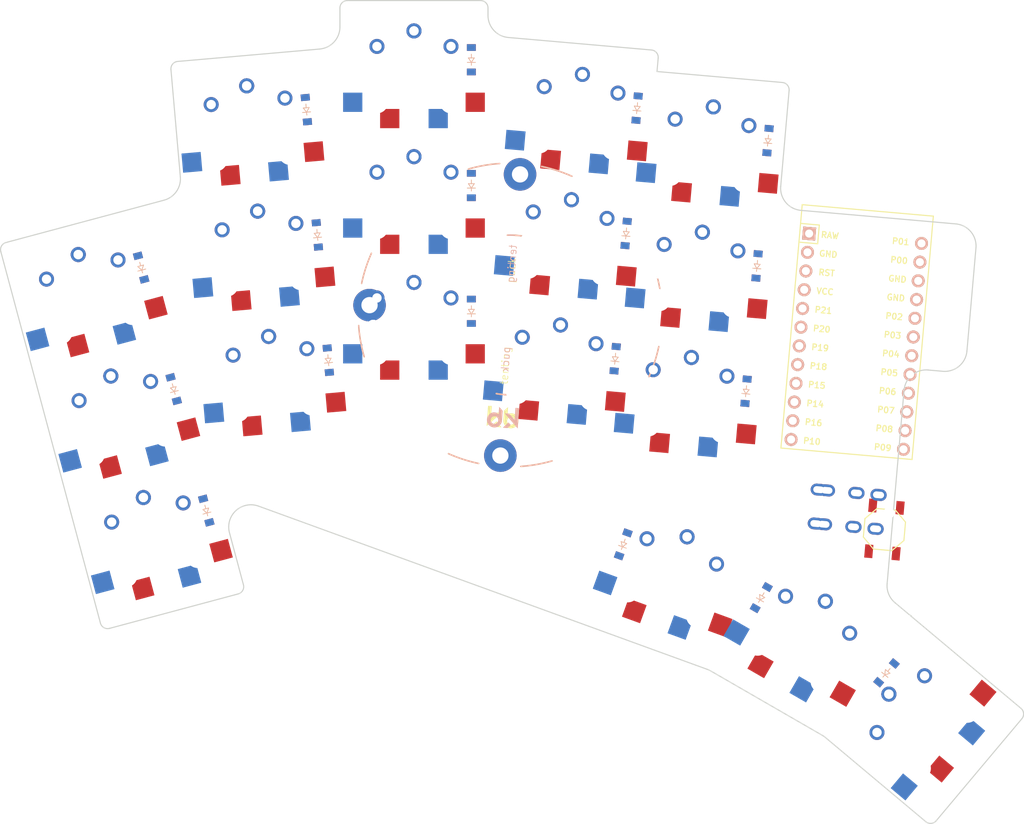
<source format=kicad_pcb>

            
(kicad_pcb (version 20171130) (host pcbnew 5.1.6)

  (page A3)
  (title_block
    (title KEYBOARD_NAME_HERE)
    (rev VERSION_HERE)
    (company YOUR_NAME_HERE)
  )

  (general
    (thickness 1.6)
  )

  (layers
    (0 F.Cu signal)
    (31 B.Cu signal)
    (32 B.Adhes user)
    (33 F.Adhes user)
    (34 B.Paste user)
    (35 F.Paste user)
    (36 B.SilkS user)
    (37 F.SilkS user)
    (38 B.Mask user)
    (39 F.Mask user)
    (40 Dwgs.User user)
    (41 Cmts.User user)
    (42 Eco1.User user)
    (43 Eco2.User user)
    (44 Edge.Cuts user)
    (45 Margin user)
    (46 B.CrtYd user)
    (47 F.CrtYd user)
    (48 B.Fab user)
    (49 F.Fab user)
  )

  (setup
    (last_trace_width 0.25)
    (trace_clearance 0.2)
    (zone_clearance 0.508)
    (zone_45_only no)
    (trace_min 0.2)
    (via_size 0.8)
    (via_drill 0.4)
    (via_min_size 0.4)
    (via_min_drill 0.3)
    (uvia_size 0.3)
    (uvia_drill 0.1)
    (uvias_allowed no)
    (uvia_min_size 0.2)
    (uvia_min_drill 0.1)
    (edge_width 0.05)
    (segment_width 0.2)
    (pcb_text_width 0.3)
    (pcb_text_size 1.5 1.5)
    (mod_edge_width 0.12)
    (mod_text_size 1 1)
    (mod_text_width 0.15)
    (pad_size 1.524 1.524)
    (pad_drill 0.762)
    (pad_to_mask_clearance 0.05)
    (aux_axis_origin 0 0)
    (visible_elements FFFFFF7F)
    (pcbplotparams
      (layerselection 0x010fc_ffffffff)
      (usegerberextensions false)
      (usegerberattributes true)
      (usegerberadvancedattributes true)
      (creategerberjobfile true)
      (excludeedgelayer true)
      (linewidth 0.100000)
      (plotframeref false)
      (viasonmask false)
      (mode 1)
      (useauxorigin false)
      (hpglpennumber 1)
      (hpglpenspeed 20)
      (hpglpendiameter 15.000000)
      (psnegative false)
      (psa4output false)
      (plotreference true)
      (plotvalue true)
      (plotinvisibletext false)
      (padsonsilk false)
      (subtractmaskfromsilk false)
      (outputformat 1)
      (mirror false)
      (drillshape 1)
      (scaleselection 1)
      (outputdirectory ""))
  )

            (net 0 "")
(net 1 "pinky_bottom")
(net 2 "P9")
(net 3 "P14")
(net 4 "pinky_home")
(net 5 "P16")
(net 6 "pinky_top")
(net 7 "P10")
(net 8 "ring_bottom")
(net 9 "P8")
(net 10 "ring_home")
(net 11 "ring_top")
(net 12 "middle_bottom")
(net 13 "P7")
(net 14 "middle_home")
(net 15 "middle_top")
(net 16 "index_bottom")
(net 17 "P6")
(net 18 "index_home")
(net 19 "index_top")
(net 20 "inner_bottom")
(net 21 "P5")
(net 22 "inner_home")
(net 23 "inner_top")
(net 24 "first_only")
(net 25 "P15")
(net 26 "second_only")
(net 27 "third_only")
(net 28 "RAW")
(net 29 "GND")
(net 30 "RST")
(net 31 "VCC")
(net 32 "P21")
(net 33 "P20")
(net 34 "P19")
(net 35 "P18")
(net 36 "P1")
(net 37 "P0")
(net 38 "P2")
(net 39 "P3")
(net 40 "P4")
            
  (net_class Default "This is the default net class."
    (clearance 0.2)
    (trace_width 0.25)
    (via_dia 0.8)
    (via_drill 0.4)
    (uvia_dia 0.3)
    (uvia_drill 0.1)
    (add_net "")
(add_net "pinky_bottom")
(add_net "P9")
(add_net "P14")
(add_net "pinky_home")
(add_net "P16")
(add_net "pinky_top")
(add_net "P10")
(add_net "ring_bottom")
(add_net "P8")
(add_net "ring_home")
(add_net "ring_top")
(add_net "middle_bottom")
(add_net "P7")
(add_net "middle_home")
(add_net "middle_top")
(add_net "index_bottom")
(add_net "P6")
(add_net "index_home")
(add_net "index_top")
(add_net "inner_bottom")
(add_net "P5")
(add_net "inner_home")
(add_net "inner_top")
(add_net "first_only")
(add_net "P15")
(add_net "second_only")
(add_net "third_only")
(add_net "RAW")
(add_net "GND")
(add_net "RST")
(add_net "VCC")
(add_net "P21")
(add_net "P20")
(add_net "P19")
(add_net "P18")
(add_net "P1")
(add_net "P0")
(add_net "P2")
(add_net "P3")
(add_net "P4")
  )

            
        
      (module PG1350 (layer F.Cu) (tedit 5DD50112)
      (at 13.6000762 0.5792609999999989 195)

      
      (fp_text reference "S1" (at 0 0) (layer F.SilkS) hide (effects (font (size 1.27 1.27) (thickness 0.15))))
      (fp_text value "" (at 0 0) (layer F.SilkS) hide (effects (font (size 1.27 1.27) (thickness 0.15))))

      
      (fp_line (start -7 -6) (end -7 -7) (layer Dwgs.User) (width 0.15))
      (fp_line (start -7 7) (end -6 7) (layer Dwgs.User) (width 0.15))
      (fp_line (start -6 -7) (end -7 -7) (layer Dwgs.User) (width 0.15))
      (fp_line (start -7 7) (end -7 6) (layer Dwgs.User) (width 0.15))
      (fp_line (start 7 6) (end 7 7) (layer Dwgs.User) (width 0.15))
      (fp_line (start 7 -7) (end 6 -7) (layer Dwgs.User) (width 0.15))
      (fp_line (start 6 7) (end 7 7) (layer Dwgs.User) (width 0.15))
      (fp_line (start 7 -7) (end 7 -6) (layer Dwgs.User) (width 0.15))      
      
      
      (pad "" np_thru_hole circle (at 0 0) (size 3.429 3.429) (drill 3.429) (layers *.Cu *.Mask))
        
      
      (pad "" np_thru_hole circle (at 5.5 0) (size 1.7018 1.7018) (drill 1.7018) (layers *.Cu *.Mask))
      (pad "" np_thru_hole circle (at -5.5 0) (size 1.7018 1.7018) (drill 1.7018) (layers *.Cu *.Mask))
      
        
      
      (fp_line (start -9 -8.5) (end 9 -8.5) (layer Dwgs.User) (width 0.15))
      (fp_line (start 9 -8.5) (end 9 8.5) (layer Dwgs.User) (width 0.15))
      (fp_line (start 9 8.5) (end -9 8.5) (layer Dwgs.User) (width 0.15))
      (fp_line (start -9 8.5) (end -9 -8.5) (layer Dwgs.User) (width 0.15))
      
        
          
          (pad "" np_thru_hole circle (at 5 -3.75) (size 3 3) (drill 3) (layers *.Cu *.Mask))
          (pad "" np_thru_hole circle (at 0 -5.95) (size 3 3) (drill 3) (layers *.Cu *.Mask))
      
          
          (pad 1 smd rect (at -3.275 -5.95 195) (size 2.6 2.6) (layers B.Cu B.Paste B.Mask)  (net 1 "pinky_bottom"))
          (pad 2 smd rect (at 8.275 -3.75 195) (size 2.6 2.6) (layers B.Cu B.Paste B.Mask)  (net 2 "P9"))
        
        
          
          (pad "" np_thru_hole circle (at -5 -3.75) (size 3 3) (drill 3) (layers *.Cu *.Mask))
          (pad "" np_thru_hole circle (at 0 -5.95) (size 3 3) (drill 3) (layers *.Cu *.Mask))
      
          
          (pad 1 smd rect (at 3.275 -5.95 195) (size 2.6 2.6) (layers F.Cu F.Paste F.Mask)  (net 1 "pinky_bottom"))
          (pad 2 smd rect (at -8.275 -3.75 195) (size 2.6 2.6) (layers F.Cu F.Paste F.Mask)  (net 2 "P9"))
        )
        

        
      (module PG1350 (layer F.Cu) (tedit 5DD50112)
      (at 13.6000762 0.5792609999999989 15)

      
      (fp_text reference "S2" (at 0 0) (layer F.SilkS) hide (effects (font (size 1.27 1.27) (thickness 0.15))))
      (fp_text value "" (at 0 0) (layer F.SilkS) hide (effects (font (size 1.27 1.27) (thickness 0.15))))

      
      (fp_line (start -7 -6) (end -7 -7) (layer Dwgs.User) (width 0.15))
      (fp_line (start -7 7) (end -6 7) (layer Dwgs.User) (width 0.15))
      (fp_line (start -6 -7) (end -7 -7) (layer Dwgs.User) (width 0.15))
      (fp_line (start -7 7) (end -7 6) (layer Dwgs.User) (width 0.15))
      (fp_line (start 7 6) (end 7 7) (layer Dwgs.User) (width 0.15))
      (fp_line (start 7 -7) (end 6 -7) (layer Dwgs.User) (width 0.15))
      (fp_line (start 6 7) (end 7 7) (layer Dwgs.User) (width 0.15))
      (fp_line (start 7 -7) (end 7 -6) (layer Dwgs.User) (width 0.15))      
      
      
      (pad "" np_thru_hole circle (at 0 0) (size 3.429 3.429) (drill 3.429) (layers *.Cu *.Mask))
        
      
      (pad "" np_thru_hole circle (at 5.5 0) (size 1.7018 1.7018) (drill 1.7018) (layers *.Cu *.Mask))
      (pad "" np_thru_hole circle (at -5.5 0) (size 1.7018 1.7018) (drill 1.7018) (layers *.Cu *.Mask))
      
        
      
      (fp_line (start -9 -8.5) (end 9 -8.5) (layer Dwgs.User) (width 0.15))
      (fp_line (start 9 -8.5) (end 9 8.5) (layer Dwgs.User) (width 0.15))
      (fp_line (start 9 8.5) (end -9 8.5) (layer Dwgs.User) (width 0.15))
      (fp_line (start -9 8.5) (end -9 -8.5) (layer Dwgs.User) (width 0.15))
      
        
            
            (pad 1 thru_hole circle (at 5 -3.8) (size 2.032 2.032) (drill 1.27) (layers *.Cu *.Mask) (net 1 "pinky_bottom"))
            (pad 2 thru_hole circle (at 0 -5.9) (size 2.032 2.032) (drill 1.27) (layers *.Cu *.Mask) (net 2 "P9"))
          
        
            
            (pad 1 thru_hole circle (at -5 -3.8) (size 2.032 2.032) (drill 1.27) (layers *.Cu *.Mask) (net 1 "pinky_bottom"))
            (pad 2 thru_hole circle (at -0 -5.9) (size 2.032 2.032) (drill 1.27) (layers *.Cu *.Mask) (net 2 "P9"))
          )
        

    (module ComboDiode (layer F.Cu) (tedit 5B24D78E)
        (at 20.5683633 -3.358438300000001 105)

        
        (fp_text reference "D1" (at 0 0) (layer F.SilkS) hide (effects (font (size 1.27 1.27) (thickness 0.15))))
        (fp_text value "" (at 0 0) (layer F.SilkS) hide (effects (font (size 1.27 1.27) (thickness 0.15))))
        
        
        (fp_line (start 0.25 0) (end 0.75 0) (layer F.SilkS) (width 0.1))
        (fp_line (start 0.25 0.4) (end -0.35 0) (layer F.SilkS) (width 0.1))
        (fp_line (start 0.25 -0.4) (end 0.25 0.4) (layer F.SilkS) (width 0.1))
        (fp_line (start -0.35 0) (end 0.25 -0.4) (layer F.SilkS) (width 0.1))
        (fp_line (start -0.35 0) (end -0.35 0.55) (layer F.SilkS) (width 0.1))
        (fp_line (start -0.35 0) (end -0.35 -0.55) (layer F.SilkS) (width 0.1))
        (fp_line (start -0.75 0) (end -0.35 0) (layer F.SilkS) (width 0.1))
        (fp_line (start 0.25 0) (end 0.75 0) (layer B.SilkS) (width 0.1))
        (fp_line (start 0.25 0.4) (end -0.35 0) (layer B.SilkS) (width 0.1))
        (fp_line (start 0.25 -0.4) (end 0.25 0.4) (layer B.SilkS) (width 0.1))
        (fp_line (start -0.35 0) (end 0.25 -0.4) (layer B.SilkS) (width 0.1))
        (fp_line (start -0.35 0) (end -0.35 0.55) (layer B.SilkS) (width 0.1))
        (fp_line (start -0.35 0) (end -0.35 -0.55) (layer B.SilkS) (width 0.1))
        (fp_line (start -0.75 0) (end -0.35 0) (layer B.SilkS) (width 0.1))
    
        (pad 1 smd rect (at -1.65 0 105) (size 0.9 1.2) (layers F.Cu F.Paste F.Mask) (net 3 "P14"))
        (pad 2 smd rect (at 1.65 0 105) (size 0.9 1.2) (layers B.Cu B.Paste B.Mask) (net 1 "pinky_bottom"))
        (pad 1 smd rect (at -1.65 0 105) (size 0.9 1.2) (layers B.Cu B.Paste B.Mask) (net 3 "P14"))
        (pad 2 smd rect (at 1.65 0 105) (size 0.9 1.2) (layers F.Cu F.Paste F.Mask) (net 1 "pinky_bottom"))
    
    )

        
      (module PG1350 (layer F.Cu) (tedit 5DD50112)
      (at 9.2001525 -15.841478100000003 195)

      
      (fp_text reference "S3" (at 0 0) (layer F.SilkS) hide (effects (font (size 1.27 1.27) (thickness 0.15))))
      (fp_text value "" (at 0 0) (layer F.SilkS) hide (effects (font (size 1.27 1.27) (thickness 0.15))))

      
      (fp_line (start -7 -6) (end -7 -7) (layer Dwgs.User) (width 0.15))
      (fp_line (start -7 7) (end -6 7) (layer Dwgs.User) (width 0.15))
      (fp_line (start -6 -7) (end -7 -7) (layer Dwgs.User) (width 0.15))
      (fp_line (start -7 7) (end -7 6) (layer Dwgs.User) (width 0.15))
      (fp_line (start 7 6) (end 7 7) (layer Dwgs.User) (width 0.15))
      (fp_line (start 7 -7) (end 6 -7) (layer Dwgs.User) (width 0.15))
      (fp_line (start 6 7) (end 7 7) (layer Dwgs.User) (width 0.15))
      (fp_line (start 7 -7) (end 7 -6) (layer Dwgs.User) (width 0.15))      
      
      
      (pad "" np_thru_hole circle (at 0 0) (size 3.429 3.429) (drill 3.429) (layers *.Cu *.Mask))
        
      
      (pad "" np_thru_hole circle (at 5.5 0) (size 1.7018 1.7018) (drill 1.7018) (layers *.Cu *.Mask))
      (pad "" np_thru_hole circle (at -5.5 0) (size 1.7018 1.7018) (drill 1.7018) (layers *.Cu *.Mask))
      
        
      
      (fp_line (start -9 -8.5) (end 9 -8.5) (layer Dwgs.User) (width 0.15))
      (fp_line (start 9 -8.5) (end 9 8.5) (layer Dwgs.User) (width 0.15))
      (fp_line (start 9 8.5) (end -9 8.5) (layer Dwgs.User) (width 0.15))
      (fp_line (start -9 8.5) (end -9 -8.5) (layer Dwgs.User) (width 0.15))
      
        
          
          (pad "" np_thru_hole circle (at 5 -3.75) (size 3 3) (drill 3) (layers *.Cu *.Mask))
          (pad "" np_thru_hole circle (at 0 -5.95) (size 3 3) (drill 3) (layers *.Cu *.Mask))
      
          
          (pad 1 smd rect (at -3.275 -5.95 195) (size 2.6 2.6) (layers B.Cu B.Paste B.Mask)  (net 4 "pinky_home"))
          (pad 2 smd rect (at 8.275 -3.75 195) (size 2.6 2.6) (layers B.Cu B.Paste B.Mask)  (net 2 "P9"))
        
        
          
          (pad "" np_thru_hole circle (at -5 -3.75) (size 3 3) (drill 3) (layers *.Cu *.Mask))
          (pad "" np_thru_hole circle (at 0 -5.95) (size 3 3) (drill 3) (layers *.Cu *.Mask))
      
          
          (pad 1 smd rect (at 3.275 -5.95 195) (size 2.6 2.6) (layers F.Cu F.Paste F.Mask)  (net 4 "pinky_home"))
          (pad 2 smd rect (at -8.275 -3.75 195) (size 2.6 2.6) (layers F.Cu F.Paste F.Mask)  (net 2 "P9"))
        )
        

        
      (module PG1350 (layer F.Cu) (tedit 5DD50112)
      (at 9.2001525 -15.841478100000003 15)

      
      (fp_text reference "S4" (at 0 0) (layer F.SilkS) hide (effects (font (size 1.27 1.27) (thickness 0.15))))
      (fp_text value "" (at 0 0) (layer F.SilkS) hide (effects (font (size 1.27 1.27) (thickness 0.15))))

      
      (fp_line (start -7 -6) (end -7 -7) (layer Dwgs.User) (width 0.15))
      (fp_line (start -7 7) (end -6 7) (layer Dwgs.User) (width 0.15))
      (fp_line (start -6 -7) (end -7 -7) (layer Dwgs.User) (width 0.15))
      (fp_line (start -7 7) (end -7 6) (layer Dwgs.User) (width 0.15))
      (fp_line (start 7 6) (end 7 7) (layer Dwgs.User) (width 0.15))
      (fp_line (start 7 -7) (end 6 -7) (layer Dwgs.User) (width 0.15))
      (fp_line (start 6 7) (end 7 7) (layer Dwgs.User) (width 0.15))
      (fp_line (start 7 -7) (end 7 -6) (layer Dwgs.User) (width 0.15))      
      
      
      (pad "" np_thru_hole circle (at 0 0) (size 3.429 3.429) (drill 3.429) (layers *.Cu *.Mask))
        
      
      (pad "" np_thru_hole circle (at 5.5 0) (size 1.7018 1.7018) (drill 1.7018) (layers *.Cu *.Mask))
      (pad "" np_thru_hole circle (at -5.5 0) (size 1.7018 1.7018) (drill 1.7018) (layers *.Cu *.Mask))
      
        
      
      (fp_line (start -9 -8.5) (end 9 -8.5) (layer Dwgs.User) (width 0.15))
      (fp_line (start 9 -8.5) (end 9 8.5) (layer Dwgs.User) (width 0.15))
      (fp_line (start 9 8.5) (end -9 8.5) (layer Dwgs.User) (width 0.15))
      (fp_line (start -9 8.5) (end -9 -8.5) (layer Dwgs.User) (width 0.15))
      
        
            
            (pad 1 thru_hole circle (at 5 -3.8) (size 2.032 2.032) (drill 1.27) (layers *.Cu *.Mask) (net 4 "pinky_home"))
            (pad 2 thru_hole circle (at 0 -5.9) (size 2.032 2.032) (drill 1.27) (layers *.Cu *.Mask) (net 2 "P9"))
          
        
            
            (pad 1 thru_hole circle (at -5 -3.8) (size 2.032 2.032) (drill 1.27) (layers *.Cu *.Mask) (net 4 "pinky_home"))
            (pad 2 thru_hole circle (at -0 -5.9) (size 2.032 2.032) (drill 1.27) (layers *.Cu *.Mask) (net 2 "P9"))
          )
        

    (module ComboDiode (layer F.Cu) (tedit 5B24D78E)
        (at 16.1684396 -19.779177400000002 105)

        
        (fp_text reference "D2" (at 0 0) (layer F.SilkS) hide (effects (font (size 1.27 1.27) (thickness 0.15))))
        (fp_text value "" (at 0 0) (layer F.SilkS) hide (effects (font (size 1.27 1.27) (thickness 0.15))))
        
        
        (fp_line (start 0.25 0) (end 0.75 0) (layer F.SilkS) (width 0.1))
        (fp_line (start 0.25 0.4) (end -0.35 0) (layer F.SilkS) (width 0.1))
        (fp_line (start 0.25 -0.4) (end 0.25 0.4) (layer F.SilkS) (width 0.1))
        (fp_line (start -0.35 0) (end 0.25 -0.4) (layer F.SilkS) (width 0.1))
        (fp_line (start -0.35 0) (end -0.35 0.55) (layer F.SilkS) (width 0.1))
        (fp_line (start -0.35 0) (end -0.35 -0.55) (layer F.SilkS) (width 0.1))
        (fp_line (start -0.75 0) (end -0.35 0) (layer F.SilkS) (width 0.1))
        (fp_line (start 0.25 0) (end 0.75 0) (layer B.SilkS) (width 0.1))
        (fp_line (start 0.25 0.4) (end -0.35 0) (layer B.SilkS) (width 0.1))
        (fp_line (start 0.25 -0.4) (end 0.25 0.4) (layer B.SilkS) (width 0.1))
        (fp_line (start -0.35 0) (end 0.25 -0.4) (layer B.SilkS) (width 0.1))
        (fp_line (start -0.35 0) (end -0.35 0.55) (layer B.SilkS) (width 0.1))
        (fp_line (start -0.35 0) (end -0.35 -0.55) (layer B.SilkS) (width 0.1))
        (fp_line (start -0.75 0) (end -0.35 0) (layer B.SilkS) (width 0.1))
    
        (pad 1 smd rect (at -1.65 0 105) (size 0.9 1.2) (layers F.Cu F.Paste F.Mask) (net 5 "P16"))
        (pad 2 smd rect (at 1.65 0 105) (size 0.9 1.2) (layers B.Cu B.Paste B.Mask) (net 4 "pinky_home"))
        (pad 1 smd rect (at -1.65 0 105) (size 0.9 1.2) (layers B.Cu B.Paste B.Mask) (net 5 "P16"))
        (pad 2 smd rect (at 1.65 0 105) (size 0.9 1.2) (layers F.Cu F.Paste F.Mask) (net 4 "pinky_home"))
    
    )

        
      (module PG1350 (layer F.Cu) (tedit 5DD50112)
      (at 4.8002287 -32.2622171 195)

      
      (fp_text reference "S5" (at 0 0) (layer F.SilkS) hide (effects (font (size 1.27 1.27) (thickness 0.15))))
      (fp_text value "" (at 0 0) (layer F.SilkS) hide (effects (font (size 1.27 1.27) (thickness 0.15))))

      
      (fp_line (start -7 -6) (end -7 -7) (layer Dwgs.User) (width 0.15))
      (fp_line (start -7 7) (end -6 7) (layer Dwgs.User) (width 0.15))
      (fp_line (start -6 -7) (end -7 -7) (layer Dwgs.User) (width 0.15))
      (fp_line (start -7 7) (end -7 6) (layer Dwgs.User) (width 0.15))
      (fp_line (start 7 6) (end 7 7) (layer Dwgs.User) (width 0.15))
      (fp_line (start 7 -7) (end 6 -7) (layer Dwgs.User) (width 0.15))
      (fp_line (start 6 7) (end 7 7) (layer Dwgs.User) (width 0.15))
      (fp_line (start 7 -7) (end 7 -6) (layer Dwgs.User) (width 0.15))      
      
      
      (pad "" np_thru_hole circle (at 0 0) (size 3.429 3.429) (drill 3.429) (layers *.Cu *.Mask))
        
      
      (pad "" np_thru_hole circle (at 5.5 0) (size 1.7018 1.7018) (drill 1.7018) (layers *.Cu *.Mask))
      (pad "" np_thru_hole circle (at -5.5 0) (size 1.7018 1.7018) (drill 1.7018) (layers *.Cu *.Mask))
      
        
      
      (fp_line (start -9 -8.5) (end 9 -8.5) (layer Dwgs.User) (width 0.15))
      (fp_line (start 9 -8.5) (end 9 8.5) (layer Dwgs.User) (width 0.15))
      (fp_line (start 9 8.5) (end -9 8.5) (layer Dwgs.User) (width 0.15))
      (fp_line (start -9 8.5) (end -9 -8.5) (layer Dwgs.User) (width 0.15))
      
        
          
          (pad "" np_thru_hole circle (at 5 -3.75) (size 3 3) (drill 3) (layers *.Cu *.Mask))
          (pad "" np_thru_hole circle (at 0 -5.95) (size 3 3) (drill 3) (layers *.Cu *.Mask))
      
          
          (pad 1 smd rect (at -3.275 -5.95 195) (size 2.6 2.6) (layers B.Cu B.Paste B.Mask)  (net 6 "pinky_top"))
          (pad 2 smd rect (at 8.275 -3.75 195) (size 2.6 2.6) (layers B.Cu B.Paste B.Mask)  (net 2 "P9"))
        
        
          
          (pad "" np_thru_hole circle (at -5 -3.75) (size 3 3) (drill 3) (layers *.Cu *.Mask))
          (pad "" np_thru_hole circle (at 0 -5.95) (size 3 3) (drill 3) (layers *.Cu *.Mask))
      
          
          (pad 1 smd rect (at 3.275 -5.95 195) (size 2.6 2.6) (layers F.Cu F.Paste F.Mask)  (net 6 "pinky_top"))
          (pad 2 smd rect (at -8.275 -3.75 195) (size 2.6 2.6) (layers F.Cu F.Paste F.Mask)  (net 2 "P9"))
        )
        

        
      (module PG1350 (layer F.Cu) (tedit 5DD50112)
      (at 4.8002287 -32.2622171 15)

      
      (fp_text reference "S6" (at 0 0) (layer F.SilkS) hide (effects (font (size 1.27 1.27) (thickness 0.15))))
      (fp_text value "" (at 0 0) (layer F.SilkS) hide (effects (font (size 1.27 1.27) (thickness 0.15))))

      
      (fp_line (start -7 -6) (end -7 -7) (layer Dwgs.User) (width 0.15))
      (fp_line (start -7 7) (end -6 7) (layer Dwgs.User) (width 0.15))
      (fp_line (start -6 -7) (end -7 -7) (layer Dwgs.User) (width 0.15))
      (fp_line (start -7 7) (end -7 6) (layer Dwgs.User) (width 0.15))
      (fp_line (start 7 6) (end 7 7) (layer Dwgs.User) (width 0.15))
      (fp_line (start 7 -7) (end 6 -7) (layer Dwgs.User) (width 0.15))
      (fp_line (start 6 7) (end 7 7) (layer Dwgs.User) (width 0.15))
      (fp_line (start 7 -7) (end 7 -6) (layer Dwgs.User) (width 0.15))      
      
      
      (pad "" np_thru_hole circle (at 0 0) (size 3.429 3.429) (drill 3.429) (layers *.Cu *.Mask))
        
      
      (pad "" np_thru_hole circle (at 5.5 0) (size 1.7018 1.7018) (drill 1.7018) (layers *.Cu *.Mask))
      (pad "" np_thru_hole circle (at -5.5 0) (size 1.7018 1.7018) (drill 1.7018) (layers *.Cu *.Mask))
      
        
      
      (fp_line (start -9 -8.5) (end 9 -8.5) (layer Dwgs.User) (width 0.15))
      (fp_line (start 9 -8.5) (end 9 8.5) (layer Dwgs.User) (width 0.15))
      (fp_line (start 9 8.5) (end -9 8.5) (layer Dwgs.User) (width 0.15))
      (fp_line (start -9 8.5) (end -9 -8.5) (layer Dwgs.User) (width 0.15))
      
        
            
            (pad 1 thru_hole circle (at 5 -3.8) (size 2.032 2.032) (drill 1.27) (layers *.Cu *.Mask) (net 6 "pinky_top"))
            (pad 2 thru_hole circle (at 0 -5.9) (size 2.032 2.032) (drill 1.27) (layers *.Cu *.Mask) (net 2 "P9"))
          
        
            
            (pad 1 thru_hole circle (at -5 -3.8) (size 2.032 2.032) (drill 1.27) (layers *.Cu *.Mask) (net 6 "pinky_top"))
            (pad 2 thru_hole circle (at -0 -5.9) (size 2.032 2.032) (drill 1.27) (layers *.Cu *.Mask) (net 2 "P9"))
          )
        

    (module ComboDiode (layer F.Cu) (tedit 5B24D78E)
        (at 11.7685158 -36.1999164 105)

        
        (fp_text reference "D3" (at 0 0) (layer F.SilkS) hide (effects (font (size 1.27 1.27) (thickness 0.15))))
        (fp_text value "" (at 0 0) (layer F.SilkS) hide (effects (font (size 1.27 1.27) (thickness 0.15))))
        
        
        (fp_line (start 0.25 0) (end 0.75 0) (layer F.SilkS) (width 0.1))
        (fp_line (start 0.25 0.4) (end -0.35 0) (layer F.SilkS) (width 0.1))
        (fp_line (start 0.25 -0.4) (end 0.25 0.4) (layer F.SilkS) (width 0.1))
        (fp_line (start -0.35 0) (end 0.25 -0.4) (layer F.SilkS) (width 0.1))
        (fp_line (start -0.35 0) (end -0.35 0.55) (layer F.SilkS) (width 0.1))
        (fp_line (start -0.35 0) (end -0.35 -0.55) (layer F.SilkS) (width 0.1))
        (fp_line (start -0.75 0) (end -0.35 0) (layer F.SilkS) (width 0.1))
        (fp_line (start 0.25 0) (end 0.75 0) (layer B.SilkS) (width 0.1))
        (fp_line (start 0.25 0.4) (end -0.35 0) (layer B.SilkS) (width 0.1))
        (fp_line (start 0.25 -0.4) (end 0.25 0.4) (layer B.SilkS) (width 0.1))
        (fp_line (start -0.35 0) (end 0.25 -0.4) (layer B.SilkS) (width 0.1))
        (fp_line (start -0.35 0) (end -0.35 0.55) (layer B.SilkS) (width 0.1))
        (fp_line (start -0.35 0) (end -0.35 -0.55) (layer B.SilkS) (width 0.1))
        (fp_line (start -0.75 0) (end -0.35 0) (layer B.SilkS) (width 0.1))
    
        (pad 1 smd rect (at -1.65 0 105) (size 0.9 1.2) (layers F.Cu F.Paste F.Mask) (net 7 "P10"))
        (pad 2 smd rect (at 1.65 0 105) (size 0.9 1.2) (layers B.Cu B.Paste B.Mask) (net 6 "pinky_top"))
        (pad 1 smd rect (at -1.65 0 105) (size 0.9 1.2) (layers B.Cu B.Paste B.Mask) (net 7 "P10"))
        (pad 2 smd rect (at 1.65 0 105) (size 0.9 1.2) (layers F.Cu F.Paste F.Mask) (net 6 "pinky_top"))
    
    )

        
      (module PG1350 (layer F.Cu) (tedit 5DD50112)
      (at 29.5050934 -21.0147917 185)

      
      (fp_text reference "S7" (at 0 0) (layer F.SilkS) hide (effects (font (size 1.27 1.27) (thickness 0.15))))
      (fp_text value "" (at 0 0) (layer F.SilkS) hide (effects (font (size 1.27 1.27) (thickness 0.15))))

      
      (fp_line (start -7 -6) (end -7 -7) (layer Dwgs.User) (width 0.15))
      (fp_line (start -7 7) (end -6 7) (layer Dwgs.User) (width 0.15))
      (fp_line (start -6 -7) (end -7 -7) (layer Dwgs.User) (width 0.15))
      (fp_line (start -7 7) (end -7 6) (layer Dwgs.User) (width 0.15))
      (fp_line (start 7 6) (end 7 7) (layer Dwgs.User) (width 0.15))
      (fp_line (start 7 -7) (end 6 -7) (layer Dwgs.User) (width 0.15))
      (fp_line (start 6 7) (end 7 7) (layer Dwgs.User) (width 0.15))
      (fp_line (start 7 -7) (end 7 -6) (layer Dwgs.User) (width 0.15))      
      
      
      (pad "" np_thru_hole circle (at 0 0) (size 3.429 3.429) (drill 3.429) (layers *.Cu *.Mask))
        
      
      (pad "" np_thru_hole circle (at 5.5 0) (size 1.7018 1.7018) (drill 1.7018) (layers *.Cu *.Mask))
      (pad "" np_thru_hole circle (at -5.5 0) (size 1.7018 1.7018) (drill 1.7018) (layers *.Cu *.Mask))
      
        
      
      (fp_line (start -9 -8.5) (end 9 -8.5) (layer Dwgs.User) (width 0.15))
      (fp_line (start 9 -8.5) (end 9 8.5) (layer Dwgs.User) (width 0.15))
      (fp_line (start 9 8.5) (end -9 8.5) (layer Dwgs.User) (width 0.15))
      (fp_line (start -9 8.5) (end -9 -8.5) (layer Dwgs.User) (width 0.15))
      
        
          
          (pad "" np_thru_hole circle (at 5 -3.75) (size 3 3) (drill 3) (layers *.Cu *.Mask))
          (pad "" np_thru_hole circle (at 0 -5.95) (size 3 3) (drill 3) (layers *.Cu *.Mask))
      
          
          (pad 1 smd rect (at -3.275 -5.95 185) (size 2.6 2.6) (layers B.Cu B.Paste B.Mask)  (net 8 "ring_bottom"))
          (pad 2 smd rect (at 8.275 -3.75 185) (size 2.6 2.6) (layers B.Cu B.Paste B.Mask)  (net 9 "P8"))
        
        
          
          (pad "" np_thru_hole circle (at -5 -3.75) (size 3 3) (drill 3) (layers *.Cu *.Mask))
          (pad "" np_thru_hole circle (at 0 -5.95) (size 3 3) (drill 3) (layers *.Cu *.Mask))
      
          
          (pad 1 smd rect (at 3.275 -5.95 185) (size 2.6 2.6) (layers F.Cu F.Paste F.Mask)  (net 8 "ring_bottom"))
          (pad 2 smd rect (at -8.275 -3.75 185) (size 2.6 2.6) (layers F.Cu F.Paste F.Mask)  (net 9 "P8"))
        )
        

        
      (module PG1350 (layer F.Cu) (tedit 5DD50112)
      (at 29.5050934 -21.0147917 5)

      
      (fp_text reference "S8" (at 0 0) (layer F.SilkS) hide (effects (font (size 1.27 1.27) (thickness 0.15))))
      (fp_text value "" (at 0 0) (layer F.SilkS) hide (effects (font (size 1.27 1.27) (thickness 0.15))))

      
      (fp_line (start -7 -6) (end -7 -7) (layer Dwgs.User) (width 0.15))
      (fp_line (start -7 7) (end -6 7) (layer Dwgs.User) (width 0.15))
      (fp_line (start -6 -7) (end -7 -7) (layer Dwgs.User) (width 0.15))
      (fp_line (start -7 7) (end -7 6) (layer Dwgs.User) (width 0.15))
      (fp_line (start 7 6) (end 7 7) (layer Dwgs.User) (width 0.15))
      (fp_line (start 7 -7) (end 6 -7) (layer Dwgs.User) (width 0.15))
      (fp_line (start 6 7) (end 7 7) (layer Dwgs.User) (width 0.15))
      (fp_line (start 7 -7) (end 7 -6) (layer Dwgs.User) (width 0.15))      
      
      
      (pad "" np_thru_hole circle (at 0 0) (size 3.429 3.429) (drill 3.429) (layers *.Cu *.Mask))
        
      
      (pad "" np_thru_hole circle (at 5.5 0) (size 1.7018 1.7018) (drill 1.7018) (layers *.Cu *.Mask))
      (pad "" np_thru_hole circle (at -5.5 0) (size 1.7018 1.7018) (drill 1.7018) (layers *.Cu *.Mask))
      
        
      
      (fp_line (start -9 -8.5) (end 9 -8.5) (layer Dwgs.User) (width 0.15))
      (fp_line (start 9 -8.5) (end 9 8.5) (layer Dwgs.User) (width 0.15))
      (fp_line (start 9 8.5) (end -9 8.5) (layer Dwgs.User) (width 0.15))
      (fp_line (start -9 8.5) (end -9 -8.5) (layer Dwgs.User) (width 0.15))
      
        
            
            (pad 1 thru_hole circle (at 5 -3.8) (size 2.032 2.032) (drill 1.27) (layers *.Cu *.Mask) (net 8 "ring_bottom"))
            (pad 2 thru_hole circle (at 0 -5.9) (size 2.032 2.032) (drill 1.27) (layers *.Cu *.Mask) (net 9 "P8"))
          
        
            
            (pad 1 thru_hole circle (at -5 -3.8) (size 2.032 2.032) (drill 1.27) (layers *.Cu *.Mask) (net 8 "ring_bottom"))
            (pad 2 thru_hole circle (at -0 -5.9) (size 2.032 2.032) (drill 1.27) (layers *.Cu *.Mask) (net 9 "P8"))
          )
        

    (module ComboDiode (layer F.Cu) (tedit 5B24D78E)
        (at 37.0512908 -23.6826381 95)

        
        (fp_text reference "D4" (at 0 0) (layer F.SilkS) hide (effects (font (size 1.27 1.27) (thickness 0.15))))
        (fp_text value "" (at 0 0) (layer F.SilkS) hide (effects (font (size 1.27 1.27) (thickness 0.15))))
        
        
        (fp_line (start 0.25 0) (end 0.75 0) (layer F.SilkS) (width 0.1))
        (fp_line (start 0.25 0.4) (end -0.35 0) (layer F.SilkS) (width 0.1))
        (fp_line (start 0.25 -0.4) (end 0.25 0.4) (layer F.SilkS) (width 0.1))
        (fp_line (start -0.35 0) (end 0.25 -0.4) (layer F.SilkS) (width 0.1))
        (fp_line (start -0.35 0) (end -0.35 0.55) (layer F.SilkS) (width 0.1))
        (fp_line (start -0.35 0) (end -0.35 -0.55) (layer F.SilkS) (width 0.1))
        (fp_line (start -0.75 0) (end -0.35 0) (layer F.SilkS) (width 0.1))
        (fp_line (start 0.25 0) (end 0.75 0) (layer B.SilkS) (width 0.1))
        (fp_line (start 0.25 0.4) (end -0.35 0) (layer B.SilkS) (width 0.1))
        (fp_line (start 0.25 -0.4) (end 0.25 0.4) (layer B.SilkS) (width 0.1))
        (fp_line (start -0.35 0) (end 0.25 -0.4) (layer B.SilkS) (width 0.1))
        (fp_line (start -0.35 0) (end -0.35 0.55) (layer B.SilkS) (width 0.1))
        (fp_line (start -0.35 0) (end -0.35 -0.55) (layer B.SilkS) (width 0.1))
        (fp_line (start -0.75 0) (end -0.35 0) (layer B.SilkS) (width 0.1))
    
        (pad 1 smd rect (at -1.65 0 95) (size 0.9 1.2) (layers F.Cu F.Paste F.Mask) (net 3 "P14"))
        (pad 2 smd rect (at 1.65 0 95) (size 0.9 1.2) (layers B.Cu B.Paste B.Mask) (net 8 "ring_bottom"))
        (pad 1 smd rect (at -1.65 0 95) (size 0.9 1.2) (layers B.Cu B.Paste B.Mask) (net 3 "P14"))
        (pad 2 smd rect (at 1.65 0 95) (size 0.9 1.2) (layers F.Cu F.Paste F.Mask) (net 8 "ring_bottom"))
    
    )

        
      (module PG1350 (layer F.Cu) (tedit 5DD50112)
      (at 28.0234459 -37.950101599999996 185)

      
      (fp_text reference "S9" (at 0 0) (layer F.SilkS) hide (effects (font (size 1.27 1.27) (thickness 0.15))))
      (fp_text value "" (at 0 0) (layer F.SilkS) hide (effects (font (size 1.27 1.27) (thickness 0.15))))

      
      (fp_line (start -7 -6) (end -7 -7) (layer Dwgs.User) (width 0.15))
      (fp_line (start -7 7) (end -6 7) (layer Dwgs.User) (width 0.15))
      (fp_line (start -6 -7) (end -7 -7) (layer Dwgs.User) (width 0.15))
      (fp_line (start -7 7) (end -7 6) (layer Dwgs.User) (width 0.15))
      (fp_line (start 7 6) (end 7 7) (layer Dwgs.User) (width 0.15))
      (fp_line (start 7 -7) (end 6 -7) (layer Dwgs.User) (width 0.15))
      (fp_line (start 6 7) (end 7 7) (layer Dwgs.User) (width 0.15))
      (fp_line (start 7 -7) (end 7 -6) (layer Dwgs.User) (width 0.15))      
      
      
      (pad "" np_thru_hole circle (at 0 0) (size 3.429 3.429) (drill 3.429) (layers *.Cu *.Mask))
        
      
      (pad "" np_thru_hole circle (at 5.5 0) (size 1.7018 1.7018) (drill 1.7018) (layers *.Cu *.Mask))
      (pad "" np_thru_hole circle (at -5.5 0) (size 1.7018 1.7018) (drill 1.7018) (layers *.Cu *.Mask))
      
        
      
      (fp_line (start -9 -8.5) (end 9 -8.5) (layer Dwgs.User) (width 0.15))
      (fp_line (start 9 -8.5) (end 9 8.5) (layer Dwgs.User) (width 0.15))
      (fp_line (start 9 8.5) (end -9 8.5) (layer Dwgs.User) (width 0.15))
      (fp_line (start -9 8.5) (end -9 -8.5) (layer Dwgs.User) (width 0.15))
      
        
          
          (pad "" np_thru_hole circle (at 5 -3.75) (size 3 3) (drill 3) (layers *.Cu *.Mask))
          (pad "" np_thru_hole circle (at 0 -5.95) (size 3 3) (drill 3) (layers *.Cu *.Mask))
      
          
          (pad 1 smd rect (at -3.275 -5.95 185) (size 2.6 2.6) (layers B.Cu B.Paste B.Mask)  (net 10 "ring_home"))
          (pad 2 smd rect (at 8.275 -3.75 185) (size 2.6 2.6) (layers B.Cu B.Paste B.Mask)  (net 9 "P8"))
        
        
          
          (pad "" np_thru_hole circle (at -5 -3.75) (size 3 3) (drill 3) (layers *.Cu *.Mask))
          (pad "" np_thru_hole circle (at 0 -5.95) (size 3 3) (drill 3) (layers *.Cu *.Mask))
      
          
          (pad 1 smd rect (at 3.275 -5.95 185) (size 2.6 2.6) (layers F.Cu F.Paste F.Mask)  (net 10 "ring_home"))
          (pad 2 smd rect (at -8.275 -3.75 185) (size 2.6 2.6) (layers F.Cu F.Paste F.Mask)  (net 9 "P8"))
        )
        

        
      (module PG1350 (layer F.Cu) (tedit 5DD50112)
      (at 28.0234459 -37.950101599999996 5)

      
      (fp_text reference "S10" (at 0 0) (layer F.SilkS) hide (effects (font (size 1.27 1.27) (thickness 0.15))))
      (fp_text value "" (at 0 0) (layer F.SilkS) hide (effects (font (size 1.27 1.27) (thickness 0.15))))

      
      (fp_line (start -7 -6) (end -7 -7) (layer Dwgs.User) (width 0.15))
      (fp_line (start -7 7) (end -6 7) (layer Dwgs.User) (width 0.15))
      (fp_line (start -6 -7) (end -7 -7) (layer Dwgs.User) (width 0.15))
      (fp_line (start -7 7) (end -7 6) (layer Dwgs.User) (width 0.15))
      (fp_line (start 7 6) (end 7 7) (layer Dwgs.User) (width 0.15))
      (fp_line (start 7 -7) (end 6 -7) (layer Dwgs.User) (width 0.15))
      (fp_line (start 6 7) (end 7 7) (layer Dwgs.User) (width 0.15))
      (fp_line (start 7 -7) (end 7 -6) (layer Dwgs.User) (width 0.15))      
      
      
      (pad "" np_thru_hole circle (at 0 0) (size 3.429 3.429) (drill 3.429) (layers *.Cu *.Mask))
        
      
      (pad "" np_thru_hole circle (at 5.5 0) (size 1.7018 1.7018) (drill 1.7018) (layers *.Cu *.Mask))
      (pad "" np_thru_hole circle (at -5.5 0) (size 1.7018 1.7018) (drill 1.7018) (layers *.Cu *.Mask))
      
        
      
      (fp_line (start -9 -8.5) (end 9 -8.5) (layer Dwgs.User) (width 0.15))
      (fp_line (start 9 -8.5) (end 9 8.5) (layer Dwgs.User) (width 0.15))
      (fp_line (start 9 8.5) (end -9 8.5) (layer Dwgs.User) (width 0.15))
      (fp_line (start -9 8.5) (end -9 -8.5) (layer Dwgs.User) (width 0.15))
      
        
            
            (pad 1 thru_hole circle (at 5 -3.8) (size 2.032 2.032) (drill 1.27) (layers *.Cu *.Mask) (net 10 "ring_home"))
            (pad 2 thru_hole circle (at 0 -5.9) (size 2.032 2.032) (drill 1.27) (layers *.Cu *.Mask) (net 9 "P8"))
          
        
            
            (pad 1 thru_hole circle (at -5 -3.8) (size 2.032 2.032) (drill 1.27) (layers *.Cu *.Mask) (net 10 "ring_home"))
            (pad 2 thru_hole circle (at -0 -5.9) (size 2.032 2.032) (drill 1.27) (layers *.Cu *.Mask) (net 9 "P8"))
          )
        

    (module ComboDiode (layer F.Cu) (tedit 5B24D78E)
        (at 35.569643299999996 -40.617948 95)

        
        (fp_text reference "D5" (at 0 0) (layer F.SilkS) hide (effects (font (size 1.27 1.27) (thickness 0.15))))
        (fp_text value "" (at 0 0) (layer F.SilkS) hide (effects (font (size 1.27 1.27) (thickness 0.15))))
        
        
        (fp_line (start 0.25 0) (end 0.75 0) (layer F.SilkS) (width 0.1))
        (fp_line (start 0.25 0.4) (end -0.35 0) (layer F.SilkS) (width 0.1))
        (fp_line (start 0.25 -0.4) (end 0.25 0.4) (layer F.SilkS) (width 0.1))
        (fp_line (start -0.35 0) (end 0.25 -0.4) (layer F.SilkS) (width 0.1))
        (fp_line (start -0.35 0) (end -0.35 0.55) (layer F.SilkS) (width 0.1))
        (fp_line (start -0.35 0) (end -0.35 -0.55) (layer F.SilkS) (width 0.1))
        (fp_line (start -0.75 0) (end -0.35 0) (layer F.SilkS) (width 0.1))
        (fp_line (start 0.25 0) (end 0.75 0) (layer B.SilkS) (width 0.1))
        (fp_line (start 0.25 0.4) (end -0.35 0) (layer B.SilkS) (width 0.1))
        (fp_line (start 0.25 -0.4) (end 0.25 0.4) (layer B.SilkS) (width 0.1))
        (fp_line (start -0.35 0) (end 0.25 -0.4) (layer B.SilkS) (width 0.1))
        (fp_line (start -0.35 0) (end -0.35 0.55) (layer B.SilkS) (width 0.1))
        (fp_line (start -0.35 0) (end -0.35 -0.55) (layer B.SilkS) (width 0.1))
        (fp_line (start -0.75 0) (end -0.35 0) (layer B.SilkS) (width 0.1))
    
        (pad 1 smd rect (at -1.65 0 95) (size 0.9 1.2) (layers F.Cu F.Paste F.Mask) (net 5 "P16"))
        (pad 2 smd rect (at 1.65 0 95) (size 0.9 1.2) (layers B.Cu B.Paste B.Mask) (net 10 "ring_home"))
        (pad 1 smd rect (at -1.65 0 95) (size 0.9 1.2) (layers B.Cu B.Paste B.Mask) (net 5 "P16"))
        (pad 2 smd rect (at 1.65 0 95) (size 0.9 1.2) (layers F.Cu F.Paste F.Mask) (net 10 "ring_home"))
    
    )

        
      (module PG1350 (layer F.Cu) (tedit 5DD50112)
      (at 26.5417982 -54.885411500000004 185)

      
      (fp_text reference "S11" (at 0 0) (layer F.SilkS) hide (effects (font (size 1.27 1.27) (thickness 0.15))))
      (fp_text value "" (at 0 0) (layer F.SilkS) hide (effects (font (size 1.27 1.27) (thickness 0.15))))

      
      (fp_line (start -7 -6) (end -7 -7) (layer Dwgs.User) (width 0.15))
      (fp_line (start -7 7) (end -6 7) (layer Dwgs.User) (width 0.15))
      (fp_line (start -6 -7) (end -7 -7) (layer Dwgs.User) (width 0.15))
      (fp_line (start -7 7) (end -7 6) (layer Dwgs.User) (width 0.15))
      (fp_line (start 7 6) (end 7 7) (layer Dwgs.User) (width 0.15))
      (fp_line (start 7 -7) (end 6 -7) (layer Dwgs.User) (width 0.15))
      (fp_line (start 6 7) (end 7 7) (layer Dwgs.User) (width 0.15))
      (fp_line (start 7 -7) (end 7 -6) (layer Dwgs.User) (width 0.15))      
      
      
      (pad "" np_thru_hole circle (at 0 0) (size 3.429 3.429) (drill 3.429) (layers *.Cu *.Mask))
        
      
      (pad "" np_thru_hole circle (at 5.5 0) (size 1.7018 1.7018) (drill 1.7018) (layers *.Cu *.Mask))
      (pad "" np_thru_hole circle (at -5.5 0) (size 1.7018 1.7018) (drill 1.7018) (layers *.Cu *.Mask))
      
        
      
      (fp_line (start -9 -8.5) (end 9 -8.5) (layer Dwgs.User) (width 0.15))
      (fp_line (start 9 -8.5) (end 9 8.5) (layer Dwgs.User) (width 0.15))
      (fp_line (start 9 8.5) (end -9 8.5) (layer Dwgs.User) (width 0.15))
      (fp_line (start -9 8.5) (end -9 -8.5) (layer Dwgs.User) (width 0.15))
      
        
          
          (pad "" np_thru_hole circle (at 5 -3.75) (size 3 3) (drill 3) (layers *.Cu *.Mask))
          (pad "" np_thru_hole circle (at 0 -5.95) (size 3 3) (drill 3) (layers *.Cu *.Mask))
      
          
          (pad 1 smd rect (at -3.275 -5.95 185) (size 2.6 2.6) (layers B.Cu B.Paste B.Mask)  (net 11 "ring_top"))
          (pad 2 smd rect (at 8.275 -3.75 185) (size 2.6 2.6) (layers B.Cu B.Paste B.Mask)  (net 9 "P8"))
        
        
          
          (pad "" np_thru_hole circle (at -5 -3.75) (size 3 3) (drill 3) (layers *.Cu *.Mask))
          (pad "" np_thru_hole circle (at 0 -5.95) (size 3 3) (drill 3) (layers *.Cu *.Mask))
      
          
          (pad 1 smd rect (at 3.275 -5.95 185) (size 2.6 2.6) (layers F.Cu F.Paste F.Mask)  (net 11 "ring_top"))
          (pad 2 smd rect (at -8.275 -3.75 185) (size 2.6 2.6) (layers F.Cu F.Paste F.Mask)  (net 9 "P8"))
        )
        

        
      (module PG1350 (layer F.Cu) (tedit 5DD50112)
      (at 26.5417982 -54.885411500000004 5)

      
      (fp_text reference "S12" (at 0 0) (layer F.SilkS) hide (effects (font (size 1.27 1.27) (thickness 0.15))))
      (fp_text value "" (at 0 0) (layer F.SilkS) hide (effects (font (size 1.27 1.27) (thickness 0.15))))

      
      (fp_line (start -7 -6) (end -7 -7) (layer Dwgs.User) (width 0.15))
      (fp_line (start -7 7) (end -6 7) (layer Dwgs.User) (width 0.15))
      (fp_line (start -6 -7) (end -7 -7) (layer Dwgs.User) (width 0.15))
      (fp_line (start -7 7) (end -7 6) (layer Dwgs.User) (width 0.15))
      (fp_line (start 7 6) (end 7 7) (layer Dwgs.User) (width 0.15))
      (fp_line (start 7 -7) (end 6 -7) (layer Dwgs.User) (width 0.15))
      (fp_line (start 6 7) (end 7 7) (layer Dwgs.User) (width 0.15))
      (fp_line (start 7 -7) (end 7 -6) (layer Dwgs.User) (width 0.15))      
      
      
      (pad "" np_thru_hole circle (at 0 0) (size 3.429 3.429) (drill 3.429) (layers *.Cu *.Mask))
        
      
      (pad "" np_thru_hole circle (at 5.5 0) (size 1.7018 1.7018) (drill 1.7018) (layers *.Cu *.Mask))
      (pad "" np_thru_hole circle (at -5.5 0) (size 1.7018 1.7018) (drill 1.7018) (layers *.Cu *.Mask))
      
        
      
      (fp_line (start -9 -8.5) (end 9 -8.5) (layer Dwgs.User) (width 0.15))
      (fp_line (start 9 -8.5) (end 9 8.5) (layer Dwgs.User) (width 0.15))
      (fp_line (start 9 8.5) (end -9 8.5) (layer Dwgs.User) (width 0.15))
      (fp_line (start -9 8.5) (end -9 -8.5) (layer Dwgs.User) (width 0.15))
      
        
            
            (pad 1 thru_hole circle (at 5 -3.8) (size 2.032 2.032) (drill 1.27) (layers *.Cu *.Mask) (net 11 "ring_top"))
            (pad 2 thru_hole circle (at 0 -5.9) (size 2.032 2.032) (drill 1.27) (layers *.Cu *.Mask) (net 9 "P8"))
          
        
            
            (pad 1 thru_hole circle (at -5 -3.8) (size 2.032 2.032) (drill 1.27) (layers *.Cu *.Mask) (net 11 "ring_top"))
            (pad 2 thru_hole circle (at -0 -5.9) (size 2.032 2.032) (drill 1.27) (layers *.Cu *.Mask) (net 9 "P8"))
          )
        

    (module ComboDiode (layer F.Cu) (tedit 5B24D78E)
        (at 34.0879956 -57.553257900000006 95)

        
        (fp_text reference "D6" (at 0 0) (layer F.SilkS) hide (effects (font (size 1.27 1.27) (thickness 0.15))))
        (fp_text value "" (at 0 0) (layer F.SilkS) hide (effects (font (size 1.27 1.27) (thickness 0.15))))
        
        
        (fp_line (start 0.25 0) (end 0.75 0) (layer F.SilkS) (width 0.1))
        (fp_line (start 0.25 0.4) (end -0.35 0) (layer F.SilkS) (width 0.1))
        (fp_line (start 0.25 -0.4) (end 0.25 0.4) (layer F.SilkS) (width 0.1))
        (fp_line (start -0.35 0) (end 0.25 -0.4) (layer F.SilkS) (width 0.1))
        (fp_line (start -0.35 0) (end -0.35 0.55) (layer F.SilkS) (width 0.1))
        (fp_line (start -0.35 0) (end -0.35 -0.55) (layer F.SilkS) (width 0.1))
        (fp_line (start -0.75 0) (end -0.35 0) (layer F.SilkS) (width 0.1))
        (fp_line (start 0.25 0) (end 0.75 0) (layer B.SilkS) (width 0.1))
        (fp_line (start 0.25 0.4) (end -0.35 0) (layer B.SilkS) (width 0.1))
        (fp_line (start 0.25 -0.4) (end 0.25 0.4) (layer B.SilkS) (width 0.1))
        (fp_line (start -0.35 0) (end 0.25 -0.4) (layer B.SilkS) (width 0.1))
        (fp_line (start -0.35 0) (end -0.35 0.55) (layer B.SilkS) (width 0.1))
        (fp_line (start -0.35 0) (end -0.35 -0.55) (layer B.SilkS) (width 0.1))
        (fp_line (start -0.75 0) (end -0.35 0) (layer B.SilkS) (width 0.1))
    
        (pad 1 smd rect (at -1.65 0 95) (size 0.9 1.2) (layers F.Cu F.Paste F.Mask) (net 7 "P10"))
        (pad 2 smd rect (at 1.65 0 95) (size 0.9 1.2) (layers B.Cu B.Paste B.Mask) (net 11 "ring_top"))
        (pad 1 smd rect (at -1.65 0 95) (size 0.9 1.2) (layers B.Cu B.Paste B.Mask) (net 7 "P10"))
        (pad 2 smd rect (at 1.65 0 95) (size 0.9 1.2) (layers F.Cu F.Paste F.Mask) (net 11 "ring_top"))
    
    )

        
      (module PG1350 (layer F.Cu) (tedit 5DD50112)
      (at 48.624363 -28.2933885 180)

      
      (fp_text reference "S13" (at 0 0) (layer F.SilkS) hide (effects (font (size 1.27 1.27) (thickness 0.15))))
      (fp_text value "" (at 0 0) (layer F.SilkS) hide (effects (font (size 1.27 1.27) (thickness 0.15))))

      
      (fp_line (start -7 -6) (end -7 -7) (layer Dwgs.User) (width 0.15))
      (fp_line (start -7 7) (end -6 7) (layer Dwgs.User) (width 0.15))
      (fp_line (start -6 -7) (end -7 -7) (layer Dwgs.User) (width 0.15))
      (fp_line (start -7 7) (end -7 6) (layer Dwgs.User) (width 0.15))
      (fp_line (start 7 6) (end 7 7) (layer Dwgs.User) (width 0.15))
      (fp_line (start 7 -7) (end 6 -7) (layer Dwgs.User) (width 0.15))
      (fp_line (start 6 7) (end 7 7) (layer Dwgs.User) (width 0.15))
      (fp_line (start 7 -7) (end 7 -6) (layer Dwgs.User) (width 0.15))      
      
      
      (pad "" np_thru_hole circle (at 0 0) (size 3.429 3.429) (drill 3.429) (layers *.Cu *.Mask))
        
      
      (pad "" np_thru_hole circle (at 5.5 0) (size 1.7018 1.7018) (drill 1.7018) (layers *.Cu *.Mask))
      (pad "" np_thru_hole circle (at -5.5 0) (size 1.7018 1.7018) (drill 1.7018) (layers *.Cu *.Mask))
      
        
      
      (fp_line (start -9 -8.5) (end 9 -8.5) (layer Dwgs.User) (width 0.15))
      (fp_line (start 9 -8.5) (end 9 8.5) (layer Dwgs.User) (width 0.15))
      (fp_line (start 9 8.5) (end -9 8.5) (layer Dwgs.User) (width 0.15))
      (fp_line (start -9 8.5) (end -9 -8.5) (layer Dwgs.User) (width 0.15))
      
        
          
          (pad "" np_thru_hole circle (at 5 -3.75) (size 3 3) (drill 3) (layers *.Cu *.Mask))
          (pad "" np_thru_hole circle (at 0 -5.95) (size 3 3) (drill 3) (layers *.Cu *.Mask))
      
          
          (pad 1 smd rect (at -3.275 -5.95 180) (size 2.6 2.6) (layers B.Cu B.Paste B.Mask)  (net 12 "middle_bottom"))
          (pad 2 smd rect (at 8.275 -3.75 180) (size 2.6 2.6) (layers B.Cu B.Paste B.Mask)  (net 13 "P7"))
        
        
          
          (pad "" np_thru_hole circle (at -5 -3.75) (size 3 3) (drill 3) (layers *.Cu *.Mask))
          (pad "" np_thru_hole circle (at 0 -5.95) (size 3 3) (drill 3) (layers *.Cu *.Mask))
      
          
          (pad 1 smd rect (at 3.275 -5.95 180) (size 2.6 2.6) (layers F.Cu F.Paste F.Mask)  (net 12 "middle_bottom"))
          (pad 2 smd rect (at -8.275 -3.75 180) (size 2.6 2.6) (layers F.Cu F.Paste F.Mask)  (net 13 "P7"))
        )
        

        
      (module PG1350 (layer F.Cu) (tedit 5DD50112)
      (at 48.624363 -28.2933885 0)

      
      (fp_text reference "S14" (at 0 0) (layer F.SilkS) hide (effects (font (size 1.27 1.27) (thickness 0.15))))
      (fp_text value "" (at 0 0) (layer F.SilkS) hide (effects (font (size 1.27 1.27) (thickness 0.15))))

      
      (fp_line (start -7 -6) (end -7 -7) (layer Dwgs.User) (width 0.15))
      (fp_line (start -7 7) (end -6 7) (layer Dwgs.User) (width 0.15))
      (fp_line (start -6 -7) (end -7 -7) (layer Dwgs.User) (width 0.15))
      (fp_line (start -7 7) (end -7 6) (layer Dwgs.User) (width 0.15))
      (fp_line (start 7 6) (end 7 7) (layer Dwgs.User) (width 0.15))
      (fp_line (start 7 -7) (end 6 -7) (layer Dwgs.User) (width 0.15))
      (fp_line (start 6 7) (end 7 7) (layer Dwgs.User) (width 0.15))
      (fp_line (start 7 -7) (end 7 -6) (layer Dwgs.User) (width 0.15))      
      
      
      (pad "" np_thru_hole circle (at 0 0) (size 3.429 3.429) (drill 3.429) (layers *.Cu *.Mask))
        
      
      (pad "" np_thru_hole circle (at 5.5 0) (size 1.7018 1.7018) (drill 1.7018) (layers *.Cu *.Mask))
      (pad "" np_thru_hole circle (at -5.5 0) (size 1.7018 1.7018) (drill 1.7018) (layers *.Cu *.Mask))
      
        
      
      (fp_line (start -9 -8.5) (end 9 -8.5) (layer Dwgs.User) (width 0.15))
      (fp_line (start 9 -8.5) (end 9 8.5) (layer Dwgs.User) (width 0.15))
      (fp_line (start 9 8.5) (end -9 8.5) (layer Dwgs.User) (width 0.15))
      (fp_line (start -9 8.5) (end -9 -8.5) (layer Dwgs.User) (width 0.15))
      
        
            
            (pad 1 thru_hole circle (at 5 -3.8) (size 2.032 2.032) (drill 1.27) (layers *.Cu *.Mask) (net 12 "middle_bottom"))
            (pad 2 thru_hole circle (at 0 -5.9) (size 2.032 2.032) (drill 1.27) (layers *.Cu *.Mask) (net 13 "P7"))
          
        
            
            (pad 1 thru_hole circle (at -5 -3.8) (size 2.032 2.032) (drill 1.27) (layers *.Cu *.Mask) (net 12 "middle_bottom"))
            (pad 2 thru_hole circle (at -0 -5.9) (size 2.032 2.032) (drill 1.27) (layers *.Cu *.Mask) (net 13 "P7"))
          )
        

    (module ComboDiode (layer F.Cu) (tedit 5B24D78E)
        (at 56.374363 -30.2933885 90)

        
        (fp_text reference "D7" (at 0 0) (layer F.SilkS) hide (effects (font (size 1.27 1.27) (thickness 0.15))))
        (fp_text value "" (at 0 0) (layer F.SilkS) hide (effects (font (size 1.27 1.27) (thickness 0.15))))
        
        
        (fp_line (start 0.25 0) (end 0.75 0) (layer F.SilkS) (width 0.1))
        (fp_line (start 0.25 0.4) (end -0.35 0) (layer F.SilkS) (width 0.1))
        (fp_line (start 0.25 -0.4) (end 0.25 0.4) (layer F.SilkS) (width 0.1))
        (fp_line (start -0.35 0) (end 0.25 -0.4) (layer F.SilkS) (width 0.1))
        (fp_line (start -0.35 0) (end -0.35 0.55) (layer F.SilkS) (width 0.1))
        (fp_line (start -0.35 0) (end -0.35 -0.55) (layer F.SilkS) (width 0.1))
        (fp_line (start -0.75 0) (end -0.35 0) (layer F.SilkS) (width 0.1))
        (fp_line (start 0.25 0) (end 0.75 0) (layer B.SilkS) (width 0.1))
        (fp_line (start 0.25 0.4) (end -0.35 0) (layer B.SilkS) (width 0.1))
        (fp_line (start 0.25 -0.4) (end 0.25 0.4) (layer B.SilkS) (width 0.1))
        (fp_line (start -0.35 0) (end 0.25 -0.4) (layer B.SilkS) (width 0.1))
        (fp_line (start -0.35 0) (end -0.35 0.55) (layer B.SilkS) (width 0.1))
        (fp_line (start -0.35 0) (end -0.35 -0.55) (layer B.SilkS) (width 0.1))
        (fp_line (start -0.75 0) (end -0.35 0) (layer B.SilkS) (width 0.1))
    
        (pad 1 smd rect (at -1.65 0 90) (size 0.9 1.2) (layers F.Cu F.Paste F.Mask) (net 3 "P14"))
        (pad 2 smd rect (at 1.65 0 90) (size 0.9 1.2) (layers B.Cu B.Paste B.Mask) (net 12 "middle_bottom"))
        (pad 1 smd rect (at -1.65 0 90) (size 0.9 1.2) (layers B.Cu B.Paste B.Mask) (net 3 "P14"))
        (pad 2 smd rect (at 1.65 0 90) (size 0.9 1.2) (layers F.Cu F.Paste F.Mask) (net 12 "middle_bottom"))
    
    )

        
      (module PG1350 (layer F.Cu) (tedit 5DD50112)
      (at 48.624363200000005 -45.2933886 180)

      
      (fp_text reference "S15" (at 0 0) (layer F.SilkS) hide (effects (font (size 1.27 1.27) (thickness 0.15))))
      (fp_text value "" (at 0 0) (layer F.SilkS) hide (effects (font (size 1.27 1.27) (thickness 0.15))))

      
      (fp_line (start -7 -6) (end -7 -7) (layer Dwgs.User) (width 0.15))
      (fp_line (start -7 7) (end -6 7) (layer Dwgs.User) (width 0.15))
      (fp_line (start -6 -7) (end -7 -7) (layer Dwgs.User) (width 0.15))
      (fp_line (start -7 7) (end -7 6) (layer Dwgs.User) (width 0.15))
      (fp_line (start 7 6) (end 7 7) (layer Dwgs.User) (width 0.15))
      (fp_line (start 7 -7) (end 6 -7) (layer Dwgs.User) (width 0.15))
      (fp_line (start 6 7) (end 7 7) (layer Dwgs.User) (width 0.15))
      (fp_line (start 7 -7) (end 7 -6) (layer Dwgs.User) (width 0.15))      
      
      
      (pad "" np_thru_hole circle (at 0 0) (size 3.429 3.429) (drill 3.429) (layers *.Cu *.Mask))
        
      
      (pad "" np_thru_hole circle (at 5.5 0) (size 1.7018 1.7018) (drill 1.7018) (layers *.Cu *.Mask))
      (pad "" np_thru_hole circle (at -5.5 0) (size 1.7018 1.7018) (drill 1.7018) (layers *.Cu *.Mask))
      
        
      
      (fp_line (start -9 -8.5) (end 9 -8.5) (layer Dwgs.User) (width 0.15))
      (fp_line (start 9 -8.5) (end 9 8.5) (layer Dwgs.User) (width 0.15))
      (fp_line (start 9 8.5) (end -9 8.5) (layer Dwgs.User) (width 0.15))
      (fp_line (start -9 8.5) (end -9 -8.5) (layer Dwgs.User) (width 0.15))
      
        
          
          (pad "" np_thru_hole circle (at 5 -3.75) (size 3 3) (drill 3) (layers *.Cu *.Mask))
          (pad "" np_thru_hole circle (at 0 -5.95) (size 3 3) (drill 3) (layers *.Cu *.Mask))
      
          
          (pad 1 smd rect (at -3.275 -5.95 180) (size 2.6 2.6) (layers B.Cu B.Paste B.Mask)  (net 14 "middle_home"))
          (pad 2 smd rect (at 8.275 -3.75 180) (size 2.6 2.6) (layers B.Cu B.Paste B.Mask)  (net 13 "P7"))
        
        
          
          (pad "" np_thru_hole circle (at -5 -3.75) (size 3 3) (drill 3) (layers *.Cu *.Mask))
          (pad "" np_thru_hole circle (at 0 -5.95) (size 3 3) (drill 3) (layers *.Cu *.Mask))
      
          
          (pad 1 smd rect (at 3.275 -5.95 180) (size 2.6 2.6) (layers F.Cu F.Paste F.Mask)  (net 14 "middle_home"))
          (pad 2 smd rect (at -8.275 -3.75 180) (size 2.6 2.6) (layers F.Cu F.Paste F.Mask)  (net 13 "P7"))
        )
        

        
      (module PG1350 (layer F.Cu) (tedit 5DD50112)
      (at 48.624363200000005 -45.2933886 0)

      
      (fp_text reference "S16" (at 0 0) (layer F.SilkS) hide (effects (font (size 1.27 1.27) (thickness 0.15))))
      (fp_text value "" (at 0 0) (layer F.SilkS) hide (effects (font (size 1.27 1.27) (thickness 0.15))))

      
      (fp_line (start -7 -6) (end -7 -7) (layer Dwgs.User) (width 0.15))
      (fp_line (start -7 7) (end -6 7) (layer Dwgs.User) (width 0.15))
      (fp_line (start -6 -7) (end -7 -7) (layer Dwgs.User) (width 0.15))
      (fp_line (start -7 7) (end -7 6) (layer Dwgs.User) (width 0.15))
      (fp_line (start 7 6) (end 7 7) (layer Dwgs.User) (width 0.15))
      (fp_line (start 7 -7) (end 6 -7) (layer Dwgs.User) (width 0.15))
      (fp_line (start 6 7) (end 7 7) (layer Dwgs.User) (width 0.15))
      (fp_line (start 7 -7) (end 7 -6) (layer Dwgs.User) (width 0.15))      
      
      
      (pad "" np_thru_hole circle (at 0 0) (size 3.429 3.429) (drill 3.429) (layers *.Cu *.Mask))
        
      
      (pad "" np_thru_hole circle (at 5.5 0) (size 1.7018 1.7018) (drill 1.7018) (layers *.Cu *.Mask))
      (pad "" np_thru_hole circle (at -5.5 0) (size 1.7018 1.7018) (drill 1.7018) (layers *.Cu *.Mask))
      
        
      
      (fp_line (start -9 -8.5) (end 9 -8.5) (layer Dwgs.User) (width 0.15))
      (fp_line (start 9 -8.5) (end 9 8.5) (layer Dwgs.User) (width 0.15))
      (fp_line (start 9 8.5) (end -9 8.5) (layer Dwgs.User) (width 0.15))
      (fp_line (start -9 8.5) (end -9 -8.5) (layer Dwgs.User) (width 0.15))
      
        
            
            (pad 1 thru_hole circle (at 5 -3.8) (size 2.032 2.032) (drill 1.27) (layers *.Cu *.Mask) (net 14 "middle_home"))
            (pad 2 thru_hole circle (at 0 -5.9) (size 2.032 2.032) (drill 1.27) (layers *.Cu *.Mask) (net 13 "P7"))
          
        
            
            (pad 1 thru_hole circle (at -5 -3.8) (size 2.032 2.032) (drill 1.27) (layers *.Cu *.Mask) (net 14 "middle_home"))
            (pad 2 thru_hole circle (at -0 -5.9) (size 2.032 2.032) (drill 1.27) (layers *.Cu *.Mask) (net 13 "P7"))
          )
        

    (module ComboDiode (layer F.Cu) (tedit 5B24D78E)
        (at 56.374363200000005 -47.2933886 90)

        
        (fp_text reference "D8" (at 0 0) (layer F.SilkS) hide (effects (font (size 1.27 1.27) (thickness 0.15))))
        (fp_text value "" (at 0 0) (layer F.SilkS) hide (effects (font (size 1.27 1.27) (thickness 0.15))))
        
        
        (fp_line (start 0.25 0) (end 0.75 0) (layer F.SilkS) (width 0.1))
        (fp_line (start 0.25 0.4) (end -0.35 0) (layer F.SilkS) (width 0.1))
        (fp_line (start 0.25 -0.4) (end 0.25 0.4) (layer F.SilkS) (width 0.1))
        (fp_line (start -0.35 0) (end 0.25 -0.4) (layer F.SilkS) (width 0.1))
        (fp_line (start -0.35 0) (end -0.35 0.55) (layer F.SilkS) (width 0.1))
        (fp_line (start -0.35 0) (end -0.35 -0.55) (layer F.SilkS) (width 0.1))
        (fp_line (start -0.75 0) (end -0.35 0) (layer F.SilkS) (width 0.1))
        (fp_line (start 0.25 0) (end 0.75 0) (layer B.SilkS) (width 0.1))
        (fp_line (start 0.25 0.4) (end -0.35 0) (layer B.SilkS) (width 0.1))
        (fp_line (start 0.25 -0.4) (end 0.25 0.4) (layer B.SilkS) (width 0.1))
        (fp_line (start -0.35 0) (end 0.25 -0.4) (layer B.SilkS) (width 0.1))
        (fp_line (start -0.35 0) (end -0.35 0.55) (layer B.SilkS) (width 0.1))
        (fp_line (start -0.35 0) (end -0.35 -0.55) (layer B.SilkS) (width 0.1))
        (fp_line (start -0.75 0) (end -0.35 0) (layer B.SilkS) (width 0.1))
    
        (pad 1 smd rect (at -1.65 0 90) (size 0.9 1.2) (layers F.Cu F.Paste F.Mask) (net 5 "P16"))
        (pad 2 smd rect (at 1.65 0 90) (size 0.9 1.2) (layers B.Cu B.Paste B.Mask) (net 14 "middle_home"))
        (pad 1 smd rect (at -1.65 0 90) (size 0.9 1.2) (layers B.Cu B.Paste B.Mask) (net 5 "P16"))
        (pad 2 smd rect (at 1.65 0 90) (size 0.9 1.2) (layers F.Cu F.Paste F.Mask) (net 14 "middle_home"))
    
    )

        
      (module PG1350 (layer F.Cu) (tedit 5DD50112)
      (at 48.624363100000004 -62.2933885 180)

      
      (fp_text reference "S17" (at 0 0) (layer F.SilkS) hide (effects (font (size 1.27 1.27) (thickness 0.15))))
      (fp_text value "" (at 0 0) (layer F.SilkS) hide (effects (font (size 1.27 1.27) (thickness 0.15))))

      
      (fp_line (start -7 -6) (end -7 -7) (layer Dwgs.User) (width 0.15))
      (fp_line (start -7 7) (end -6 7) (layer Dwgs.User) (width 0.15))
      (fp_line (start -6 -7) (end -7 -7) (layer Dwgs.User) (width 0.15))
      (fp_line (start -7 7) (end -7 6) (layer Dwgs.User) (width 0.15))
      (fp_line (start 7 6) (end 7 7) (layer Dwgs.User) (width 0.15))
      (fp_line (start 7 -7) (end 6 -7) (layer Dwgs.User) (width 0.15))
      (fp_line (start 6 7) (end 7 7) (layer Dwgs.User) (width 0.15))
      (fp_line (start 7 -7) (end 7 -6) (layer Dwgs.User) (width 0.15))      
      
      
      (pad "" np_thru_hole circle (at 0 0) (size 3.429 3.429) (drill 3.429) (layers *.Cu *.Mask))
        
      
      (pad "" np_thru_hole circle (at 5.5 0) (size 1.7018 1.7018) (drill 1.7018) (layers *.Cu *.Mask))
      (pad "" np_thru_hole circle (at -5.5 0) (size 1.7018 1.7018) (drill 1.7018) (layers *.Cu *.Mask))
      
        
      
      (fp_line (start -9 -8.5) (end 9 -8.5) (layer Dwgs.User) (width 0.15))
      (fp_line (start 9 -8.5) (end 9 8.5) (layer Dwgs.User) (width 0.15))
      (fp_line (start 9 8.5) (end -9 8.5) (layer Dwgs.User) (width 0.15))
      (fp_line (start -9 8.5) (end -9 -8.5) (layer Dwgs.User) (width 0.15))
      
        
          
          (pad "" np_thru_hole circle (at 5 -3.75) (size 3 3) (drill 3) (layers *.Cu *.Mask))
          (pad "" np_thru_hole circle (at 0 -5.95) (size 3 3) (drill 3) (layers *.Cu *.Mask))
      
          
          (pad 1 smd rect (at -3.275 -5.95 180) (size 2.6 2.6) (layers B.Cu B.Paste B.Mask)  (net 15 "middle_top"))
          (pad 2 smd rect (at 8.275 -3.75 180) (size 2.6 2.6) (layers B.Cu B.Paste B.Mask)  (net 13 "P7"))
        
        
          
          (pad "" np_thru_hole circle (at -5 -3.75) (size 3 3) (drill 3) (layers *.Cu *.Mask))
          (pad "" np_thru_hole circle (at 0 -5.95) (size 3 3) (drill 3) (layers *.Cu *.Mask))
      
          
          (pad 1 smd rect (at 3.275 -5.95 180) (size 2.6 2.6) (layers F.Cu F.Paste F.Mask)  (net 15 "middle_top"))
          (pad 2 smd rect (at -8.275 -3.75 180) (size 2.6 2.6) (layers F.Cu F.Paste F.Mask)  (net 13 "P7"))
        )
        

        
      (module PG1350 (layer F.Cu) (tedit 5DD50112)
      (at 48.624363100000004 -62.2933885 0)

      
      (fp_text reference "S18" (at 0 0) (layer F.SilkS) hide (effects (font (size 1.27 1.27) (thickness 0.15))))
      (fp_text value "" (at 0 0) (layer F.SilkS) hide (effects (font (size 1.27 1.27) (thickness 0.15))))

      
      (fp_line (start -7 -6) (end -7 -7) (layer Dwgs.User) (width 0.15))
      (fp_line (start -7 7) (end -6 7) (layer Dwgs.User) (width 0.15))
      (fp_line (start -6 -7) (end -7 -7) (layer Dwgs.User) (width 0.15))
      (fp_line (start -7 7) (end -7 6) (layer Dwgs.User) (width 0.15))
      (fp_line (start 7 6) (end 7 7) (layer Dwgs.User) (width 0.15))
      (fp_line (start 7 -7) (end 6 -7) (layer Dwgs.User) (width 0.15))
      (fp_line (start 6 7) (end 7 7) (layer Dwgs.User) (width 0.15))
      (fp_line (start 7 -7) (end 7 -6) (layer Dwgs.User) (width 0.15))      
      
      
      (pad "" np_thru_hole circle (at 0 0) (size 3.429 3.429) (drill 3.429) (layers *.Cu *.Mask))
        
      
      (pad "" np_thru_hole circle (at 5.5 0) (size 1.7018 1.7018) (drill 1.7018) (layers *.Cu *.Mask))
      (pad "" np_thru_hole circle (at -5.5 0) (size 1.7018 1.7018) (drill 1.7018) (layers *.Cu *.Mask))
      
        
      
      (fp_line (start -9 -8.5) (end 9 -8.5) (layer Dwgs.User) (width 0.15))
      (fp_line (start 9 -8.5) (end 9 8.5) (layer Dwgs.User) (width 0.15))
      (fp_line (start 9 8.5) (end -9 8.5) (layer Dwgs.User) (width 0.15))
      (fp_line (start -9 8.5) (end -9 -8.5) (layer Dwgs.User) (width 0.15))
      
        
            
            (pad 1 thru_hole circle (at 5 -3.8) (size 2.032 2.032) (drill 1.27) (layers *.Cu *.Mask) (net 15 "middle_top"))
            (pad 2 thru_hole circle (at 0 -5.9) (size 2.032 2.032) (drill 1.27) (layers *.Cu *.Mask) (net 13 "P7"))
          
        
            
            (pad 1 thru_hole circle (at -5 -3.8) (size 2.032 2.032) (drill 1.27) (layers *.Cu *.Mask) (net 15 "middle_top"))
            (pad 2 thru_hole circle (at -0 -5.9) (size 2.032 2.032) (drill 1.27) (layers *.Cu *.Mask) (net 13 "P7"))
          )
        

    (module ComboDiode (layer F.Cu) (tedit 5B24D78E)
        (at 56.374363100000004 -64.29338849999999 90)

        
        (fp_text reference "D9" (at 0 0) (layer F.SilkS) hide (effects (font (size 1.27 1.27) (thickness 0.15))))
        (fp_text value "" (at 0 0) (layer F.SilkS) hide (effects (font (size 1.27 1.27) (thickness 0.15))))
        
        
        (fp_line (start 0.25 0) (end 0.75 0) (layer F.SilkS) (width 0.1))
        (fp_line (start 0.25 0.4) (end -0.35 0) (layer F.SilkS) (width 0.1))
        (fp_line (start 0.25 -0.4) (end 0.25 0.4) (layer F.SilkS) (width 0.1))
        (fp_line (start -0.35 0) (end 0.25 -0.4) (layer F.SilkS) (width 0.1))
        (fp_line (start -0.35 0) (end -0.35 0.55) (layer F.SilkS) (width 0.1))
        (fp_line (start -0.35 0) (end -0.35 -0.55) (layer F.SilkS) (width 0.1))
        (fp_line (start -0.75 0) (end -0.35 0) (layer F.SilkS) (width 0.1))
        (fp_line (start 0.25 0) (end 0.75 0) (layer B.SilkS) (width 0.1))
        (fp_line (start 0.25 0.4) (end -0.35 0) (layer B.SilkS) (width 0.1))
        (fp_line (start 0.25 -0.4) (end 0.25 0.4) (layer B.SilkS) (width 0.1))
        (fp_line (start -0.35 0) (end 0.25 -0.4) (layer B.SilkS) (width 0.1))
        (fp_line (start -0.35 0) (end -0.35 0.55) (layer B.SilkS) (width 0.1))
        (fp_line (start -0.35 0) (end -0.35 -0.55) (layer B.SilkS) (width 0.1))
        (fp_line (start -0.75 0) (end -0.35 0) (layer B.SilkS) (width 0.1))
    
        (pad 1 smd rect (at -1.65 0 90) (size 0.9 1.2) (layers F.Cu F.Paste F.Mask) (net 7 "P10"))
        (pad 2 smd rect (at 1.65 0 90) (size 0.9 1.2) (layers B.Cu B.Paste B.Mask) (net 15 "middle_top"))
        (pad 1 smd rect (at -1.65 0 90) (size 0.9 1.2) (layers B.Cu B.Paste B.Mask) (net 7 "P10"))
        (pad 2 smd rect (at 1.65 0 90) (size 0.9 1.2) (layers F.Cu F.Paste F.Mask) (net 15 "middle_top"))
    
    )

        
      (module PG1350 (layer F.Cu) (tedit 5DD50112)
      (at 67.9060107 -22.5620317 175)

      
      (fp_text reference "S19" (at 0 0) (layer F.SilkS) hide (effects (font (size 1.27 1.27) (thickness 0.15))))
      (fp_text value "" (at 0 0) (layer F.SilkS) hide (effects (font (size 1.27 1.27) (thickness 0.15))))

      
      (fp_line (start -7 -6) (end -7 -7) (layer Dwgs.User) (width 0.15))
      (fp_line (start -7 7) (end -6 7) (layer Dwgs.User) (width 0.15))
      (fp_line (start -6 -7) (end -7 -7) (layer Dwgs.User) (width 0.15))
      (fp_line (start -7 7) (end -7 6) (layer Dwgs.User) (width 0.15))
      (fp_line (start 7 6) (end 7 7) (layer Dwgs.User) (width 0.15))
      (fp_line (start 7 -7) (end 6 -7) (layer Dwgs.User) (width 0.15))
      (fp_line (start 6 7) (end 7 7) (layer Dwgs.User) (width 0.15))
      (fp_line (start 7 -7) (end 7 -6) (layer Dwgs.User) (width 0.15))      
      
      
      (pad "" np_thru_hole circle (at 0 0) (size 3.429 3.429) (drill 3.429) (layers *.Cu *.Mask))
        
      
      (pad "" np_thru_hole circle (at 5.5 0) (size 1.7018 1.7018) (drill 1.7018) (layers *.Cu *.Mask))
      (pad "" np_thru_hole circle (at -5.5 0) (size 1.7018 1.7018) (drill 1.7018) (layers *.Cu *.Mask))
      
        
      
      (fp_line (start -9 -8.5) (end 9 -8.5) (layer Dwgs.User) (width 0.15))
      (fp_line (start 9 -8.5) (end 9 8.5) (layer Dwgs.User) (width 0.15))
      (fp_line (start 9 8.5) (end -9 8.5) (layer Dwgs.User) (width 0.15))
      (fp_line (start -9 8.5) (end -9 -8.5) (layer Dwgs.User) (width 0.15))
      
        
          
          (pad "" np_thru_hole circle (at 5 -3.75) (size 3 3) (drill 3) (layers *.Cu *.Mask))
          (pad "" np_thru_hole circle (at 0 -5.95) (size 3 3) (drill 3) (layers *.Cu *.Mask))
      
          
          (pad 1 smd rect (at -3.275 -5.95 175) (size 2.6 2.6) (layers B.Cu B.Paste B.Mask)  (net 16 "index_bottom"))
          (pad 2 smd rect (at 8.275 -3.75 175) (size 2.6 2.6) (layers B.Cu B.Paste B.Mask)  (net 17 "P6"))
        
        
          
          (pad "" np_thru_hole circle (at -5 -3.75) (size 3 3) (drill 3) (layers *.Cu *.Mask))
          (pad "" np_thru_hole circle (at 0 -5.95) (size 3 3) (drill 3) (layers *.Cu *.Mask))
      
          
          (pad 1 smd rect (at 3.275 -5.95 175) (size 2.6 2.6) (layers F.Cu F.Paste F.Mask)  (net 16 "index_bottom"))
          (pad 2 smd rect (at -8.275 -3.75 175) (size 2.6 2.6) (layers F.Cu F.Paste F.Mask)  (net 17 "P6"))
        )
        

        
      (module PG1350 (layer F.Cu) (tedit 5DD50112)
      (at 67.9060107 -22.5620317 -5)

      
      (fp_text reference "S20" (at 0 0) (layer F.SilkS) hide (effects (font (size 1.27 1.27) (thickness 0.15))))
      (fp_text value "" (at 0 0) (layer F.SilkS) hide (effects (font (size 1.27 1.27) (thickness 0.15))))

      
      (fp_line (start -7 -6) (end -7 -7) (layer Dwgs.User) (width 0.15))
      (fp_line (start -7 7) (end -6 7) (layer Dwgs.User) (width 0.15))
      (fp_line (start -6 -7) (end -7 -7) (layer Dwgs.User) (width 0.15))
      (fp_line (start -7 7) (end -7 6) (layer Dwgs.User) (width 0.15))
      (fp_line (start 7 6) (end 7 7) (layer Dwgs.User) (width 0.15))
      (fp_line (start 7 -7) (end 6 -7) (layer Dwgs.User) (width 0.15))
      (fp_line (start 6 7) (end 7 7) (layer Dwgs.User) (width 0.15))
      (fp_line (start 7 -7) (end 7 -6) (layer Dwgs.User) (width 0.15))      
      
      
      (pad "" np_thru_hole circle (at 0 0) (size 3.429 3.429) (drill 3.429) (layers *.Cu *.Mask))
        
      
      (pad "" np_thru_hole circle (at 5.5 0) (size 1.7018 1.7018) (drill 1.7018) (layers *.Cu *.Mask))
      (pad "" np_thru_hole circle (at -5.5 0) (size 1.7018 1.7018) (drill 1.7018) (layers *.Cu *.Mask))
      
        
      
      (fp_line (start -9 -8.5) (end 9 -8.5) (layer Dwgs.User) (width 0.15))
      (fp_line (start 9 -8.5) (end 9 8.5) (layer Dwgs.User) (width 0.15))
      (fp_line (start 9 8.5) (end -9 8.5) (layer Dwgs.User) (width 0.15))
      (fp_line (start -9 8.5) (end -9 -8.5) (layer Dwgs.User) (width 0.15))
      
        
            
            (pad 1 thru_hole circle (at 5 -3.8) (size 2.032 2.032) (drill 1.27) (layers *.Cu *.Mask) (net 16 "index_bottom"))
            (pad 2 thru_hole circle (at 0 -5.9) (size 2.032 2.032) (drill 1.27) (layers *.Cu *.Mask) (net 17 "P6"))
          
        
            
            (pad 1 thru_hole circle (at -5 -3.8) (size 2.032 2.032) (drill 1.27) (layers *.Cu *.Mask) (net 16 "index_bottom"))
            (pad 2 thru_hole circle (at -0 -5.9) (size 2.032 2.032) (drill 1.27) (layers *.Cu *.Mask) (net 17 "P6"))
          )
        

    (module ComboDiode (layer F.Cu) (tedit 5B24D78E)
        (at 75.8008311 -23.878964099999997 85)

        
        (fp_text reference "D10" (at 0 0) (layer F.SilkS) hide (effects (font (size 1.27 1.27) (thickness 0.15))))
        (fp_text value "" (at 0 0) (layer F.SilkS) hide (effects (font (size 1.27 1.27) (thickness 0.15))))
        
        
        (fp_line (start 0.25 0) (end 0.75 0) (layer F.SilkS) (width 0.1))
        (fp_line (start 0.25 0.4) (end -0.35 0) (layer F.SilkS) (width 0.1))
        (fp_line (start 0.25 -0.4) (end 0.25 0.4) (layer F.SilkS) (width 0.1))
        (fp_line (start -0.35 0) (end 0.25 -0.4) (layer F.SilkS) (width 0.1))
        (fp_line (start -0.35 0) (end -0.35 0.55) (layer F.SilkS) (width 0.1))
        (fp_line (start -0.35 0) (end -0.35 -0.55) (layer F.SilkS) (width 0.1))
        (fp_line (start -0.75 0) (end -0.35 0) (layer F.SilkS) (width 0.1))
        (fp_line (start 0.25 0) (end 0.75 0) (layer B.SilkS) (width 0.1))
        (fp_line (start 0.25 0.4) (end -0.35 0) (layer B.SilkS) (width 0.1))
        (fp_line (start 0.25 -0.4) (end 0.25 0.4) (layer B.SilkS) (width 0.1))
        (fp_line (start -0.35 0) (end 0.25 -0.4) (layer B.SilkS) (width 0.1))
        (fp_line (start -0.35 0) (end -0.35 0.55) (layer B.SilkS) (width 0.1))
        (fp_line (start -0.35 0) (end -0.35 -0.55) (layer B.SilkS) (width 0.1))
        (fp_line (start -0.75 0) (end -0.35 0) (layer B.SilkS) (width 0.1))
    
        (pad 1 smd rect (at -1.65 0 85) (size 0.9 1.2) (layers F.Cu F.Paste F.Mask) (net 3 "P14"))
        (pad 2 smd rect (at 1.65 0 85) (size 0.9 1.2) (layers B.Cu B.Paste B.Mask) (net 16 "index_bottom"))
        (pad 1 smd rect (at -1.65 0 85) (size 0.9 1.2) (layers B.Cu B.Paste B.Mask) (net 3 "P14"))
        (pad 2 smd rect (at 1.65 0 85) (size 0.9 1.2) (layers F.Cu F.Paste F.Mask) (net 16 "index_bottom"))
    
    )

        
      (module PG1350 (layer F.Cu) (tedit 5DD50112)
      (at 69.3876584 -39.4973416 175)

      
      (fp_text reference "S21" (at 0 0) (layer F.SilkS) hide (effects (font (size 1.27 1.27) (thickness 0.15))))
      (fp_text value "" (at 0 0) (layer F.SilkS) hide (effects (font (size 1.27 1.27) (thickness 0.15))))

      
      (fp_line (start -7 -6) (end -7 -7) (layer Dwgs.User) (width 0.15))
      (fp_line (start -7 7) (end -6 7) (layer Dwgs.User) (width 0.15))
      (fp_line (start -6 -7) (end -7 -7) (layer Dwgs.User) (width 0.15))
      (fp_line (start -7 7) (end -7 6) (layer Dwgs.User) (width 0.15))
      (fp_line (start 7 6) (end 7 7) (layer Dwgs.User) (width 0.15))
      (fp_line (start 7 -7) (end 6 -7) (layer Dwgs.User) (width 0.15))
      (fp_line (start 6 7) (end 7 7) (layer Dwgs.User) (width 0.15))
      (fp_line (start 7 -7) (end 7 -6) (layer Dwgs.User) (width 0.15))      
      
      
      (pad "" np_thru_hole circle (at 0 0) (size 3.429 3.429) (drill 3.429) (layers *.Cu *.Mask))
        
      
      (pad "" np_thru_hole circle (at 5.5 0) (size 1.7018 1.7018) (drill 1.7018) (layers *.Cu *.Mask))
      (pad "" np_thru_hole circle (at -5.5 0) (size 1.7018 1.7018) (drill 1.7018) (layers *.Cu *.Mask))
      
        
      
      (fp_line (start -9 -8.5) (end 9 -8.5) (layer Dwgs.User) (width 0.15))
      (fp_line (start 9 -8.5) (end 9 8.5) (layer Dwgs.User) (width 0.15))
      (fp_line (start 9 8.5) (end -9 8.5) (layer Dwgs.User) (width 0.15))
      (fp_line (start -9 8.5) (end -9 -8.5) (layer Dwgs.User) (width 0.15))
      
        
          
          (pad "" np_thru_hole circle (at 5 -3.75) (size 3 3) (drill 3) (layers *.Cu *.Mask))
          (pad "" np_thru_hole circle (at 0 -5.95) (size 3 3) (drill 3) (layers *.Cu *.Mask))
      
          
          (pad 1 smd rect (at -3.275 -5.95 175) (size 2.6 2.6) (layers B.Cu B.Paste B.Mask)  (net 18 "index_home"))
          (pad 2 smd rect (at 8.275 -3.75 175) (size 2.6 2.6) (layers B.Cu B.Paste B.Mask)  (net 17 "P6"))
        
        
          
          (pad "" np_thru_hole circle (at -5 -3.75) (size 3 3) (drill 3) (layers *.Cu *.Mask))
          (pad "" np_thru_hole circle (at 0 -5.95) (size 3 3) (drill 3) (layers *.Cu *.Mask))
      
          
          (pad 1 smd rect (at 3.275 -5.95 175) (size 2.6 2.6) (layers F.Cu F.Paste F.Mask)  (net 18 "index_home"))
          (pad 2 smd rect (at -8.275 -3.75 175) (size 2.6 2.6) (layers F.Cu F.Paste F.Mask)  (net 17 "P6"))
        )
        

        
      (module PG1350 (layer F.Cu) (tedit 5DD50112)
      (at 69.3876584 -39.4973416 -5)

      
      (fp_text reference "S22" (at 0 0) (layer F.SilkS) hide (effects (font (size 1.27 1.27) (thickness 0.15))))
      (fp_text value "" (at 0 0) (layer F.SilkS) hide (effects (font (size 1.27 1.27) (thickness 0.15))))

      
      (fp_line (start -7 -6) (end -7 -7) (layer Dwgs.User) (width 0.15))
      (fp_line (start -7 7) (end -6 7) (layer Dwgs.User) (width 0.15))
      (fp_line (start -6 -7) (end -7 -7) (layer Dwgs.User) (width 0.15))
      (fp_line (start -7 7) (end -7 6) (layer Dwgs.User) (width 0.15))
      (fp_line (start 7 6) (end 7 7) (layer Dwgs.User) (width 0.15))
      (fp_line (start 7 -7) (end 6 -7) (layer Dwgs.User) (width 0.15))
      (fp_line (start 6 7) (end 7 7) (layer Dwgs.User) (width 0.15))
      (fp_line (start 7 -7) (end 7 -6) (layer Dwgs.User) (width 0.15))      
      
      
      (pad "" np_thru_hole circle (at 0 0) (size 3.429 3.429) (drill 3.429) (layers *.Cu *.Mask))
        
      
      (pad "" np_thru_hole circle (at 5.5 0) (size 1.7018 1.7018) (drill 1.7018) (layers *.Cu *.Mask))
      (pad "" np_thru_hole circle (at -5.5 0) (size 1.7018 1.7018) (drill 1.7018) (layers *.Cu *.Mask))
      
        
      
      (fp_line (start -9 -8.5) (end 9 -8.5) (layer Dwgs.User) (width 0.15))
      (fp_line (start 9 -8.5) (end 9 8.5) (layer Dwgs.User) (width 0.15))
      (fp_line (start 9 8.5) (end -9 8.5) (layer Dwgs.User) (width 0.15))
      (fp_line (start -9 8.5) (end -9 -8.5) (layer Dwgs.User) (width 0.15))
      
        
            
            (pad 1 thru_hole circle (at 5 -3.8) (size 2.032 2.032) (drill 1.27) (layers *.Cu *.Mask) (net 18 "index_home"))
            (pad 2 thru_hole circle (at 0 -5.9) (size 2.032 2.032) (drill 1.27) (layers *.Cu *.Mask) (net 17 "P6"))
          
        
            
            (pad 1 thru_hole circle (at -5 -3.8) (size 2.032 2.032) (drill 1.27) (layers *.Cu *.Mask) (net 18 "index_home"))
            (pad 2 thru_hole circle (at -0 -5.9) (size 2.032 2.032) (drill 1.27) (layers *.Cu *.Mask) (net 17 "P6"))
          )
        

    (module ComboDiode (layer F.Cu) (tedit 5B24D78E)
        (at 77.2824788 -40.814274 85)

        
        (fp_text reference "D11" (at 0 0) (layer F.SilkS) hide (effects (font (size 1.27 1.27) (thickness 0.15))))
        (fp_text value "" (at 0 0) (layer F.SilkS) hide (effects (font (size 1.27 1.27) (thickness 0.15))))
        
        
        (fp_line (start 0.25 0) (end 0.75 0) (layer F.SilkS) (width 0.1))
        (fp_line (start 0.25 0.4) (end -0.35 0) (layer F.SilkS) (width 0.1))
        (fp_line (start 0.25 -0.4) (end 0.25 0.4) (layer F.SilkS) (width 0.1))
        (fp_line (start -0.35 0) (end 0.25 -0.4) (layer F.SilkS) (width 0.1))
        (fp_line (start -0.35 0) (end -0.35 0.55) (layer F.SilkS) (width 0.1))
        (fp_line (start -0.35 0) (end -0.35 -0.55) (layer F.SilkS) (width 0.1))
        (fp_line (start -0.75 0) (end -0.35 0) (layer F.SilkS) (width 0.1))
        (fp_line (start 0.25 0) (end 0.75 0) (layer B.SilkS) (width 0.1))
        (fp_line (start 0.25 0.4) (end -0.35 0) (layer B.SilkS) (width 0.1))
        (fp_line (start 0.25 -0.4) (end 0.25 0.4) (layer B.SilkS) (width 0.1))
        (fp_line (start -0.35 0) (end 0.25 -0.4) (layer B.SilkS) (width 0.1))
        (fp_line (start -0.35 0) (end -0.35 0.55) (layer B.SilkS) (width 0.1))
        (fp_line (start -0.35 0) (end -0.35 -0.55) (layer B.SilkS) (width 0.1))
        (fp_line (start -0.75 0) (end -0.35 0) (layer B.SilkS) (width 0.1))
    
        (pad 1 smd rect (at -1.65 0 85) (size 0.9 1.2) (layers F.Cu F.Paste F.Mask) (net 5 "P16"))
        (pad 2 smd rect (at 1.65 0 85) (size 0.9 1.2) (layers B.Cu B.Paste B.Mask) (net 18 "index_home"))
        (pad 1 smd rect (at -1.65 0 85) (size 0.9 1.2) (layers B.Cu B.Paste B.Mask) (net 5 "P16"))
        (pad 2 smd rect (at 1.65 0 85) (size 0.9 1.2) (layers F.Cu F.Paste F.Mask) (net 18 "index_home"))
    
    )

        
      (module PG1350 (layer F.Cu) (tedit 5DD50112)
      (at 70.8693061 -56.4326514 175)

      
      (fp_text reference "S23" (at 0 0) (layer F.SilkS) hide (effects (font (size 1.27 1.27) (thickness 0.15))))
      (fp_text value "" (at 0 0) (layer F.SilkS) hide (effects (font (size 1.27 1.27) (thickness 0.15))))

      
      (fp_line (start -7 -6) (end -7 -7) (layer Dwgs.User) (width 0.15))
      (fp_line (start -7 7) (end -6 7) (layer Dwgs.User) (width 0.15))
      (fp_line (start -6 -7) (end -7 -7) (layer Dwgs.User) (width 0.15))
      (fp_line (start -7 7) (end -7 6) (layer Dwgs.User) (width 0.15))
      (fp_line (start 7 6) (end 7 7) (layer Dwgs.User) (width 0.15))
      (fp_line (start 7 -7) (end 6 -7) (layer Dwgs.User) (width 0.15))
      (fp_line (start 6 7) (end 7 7) (layer Dwgs.User) (width 0.15))
      (fp_line (start 7 -7) (end 7 -6) (layer Dwgs.User) (width 0.15))      
      
      
      (pad "" np_thru_hole circle (at 0 0) (size 3.429 3.429) (drill 3.429) (layers *.Cu *.Mask))
        
      
      (pad "" np_thru_hole circle (at 5.5 0) (size 1.7018 1.7018) (drill 1.7018) (layers *.Cu *.Mask))
      (pad "" np_thru_hole circle (at -5.5 0) (size 1.7018 1.7018) (drill 1.7018) (layers *.Cu *.Mask))
      
        
      
      (fp_line (start -9 -8.5) (end 9 -8.5) (layer Dwgs.User) (width 0.15))
      (fp_line (start 9 -8.5) (end 9 8.5) (layer Dwgs.User) (width 0.15))
      (fp_line (start 9 8.5) (end -9 8.5) (layer Dwgs.User) (width 0.15))
      (fp_line (start -9 8.5) (end -9 -8.5) (layer Dwgs.User) (width 0.15))
      
        
          
          (pad "" np_thru_hole circle (at 5 -3.75) (size 3 3) (drill 3) (layers *.Cu *.Mask))
          (pad "" np_thru_hole circle (at 0 -5.95) (size 3 3) (drill 3) (layers *.Cu *.Mask))
      
          
          (pad 1 smd rect (at -3.275 -5.95 175) (size 2.6 2.6) (layers B.Cu B.Paste B.Mask)  (net 19 "index_top"))
          (pad 2 smd rect (at 8.275 -3.75 175) (size 2.6 2.6) (layers B.Cu B.Paste B.Mask)  (net 17 "P6"))
        
        
          
          (pad "" np_thru_hole circle (at -5 -3.75) (size 3 3) (drill 3) (layers *.Cu *.Mask))
          (pad "" np_thru_hole circle (at 0 -5.95) (size 3 3) (drill 3) (layers *.Cu *.Mask))
      
          
          (pad 1 smd rect (at 3.275 -5.95 175) (size 2.6 2.6) (layers F.Cu F.Paste F.Mask)  (net 19 "index_top"))
          (pad 2 smd rect (at -8.275 -3.75 175) (size 2.6 2.6) (layers F.Cu F.Paste F.Mask)  (net 17 "P6"))
        )
        

        
      (module PG1350 (layer F.Cu) (tedit 5DD50112)
      (at 70.8693061 -56.4326514 -5)

      
      (fp_text reference "S24" (at 0 0) (layer F.SilkS) hide (effects (font (size 1.27 1.27) (thickness 0.15))))
      (fp_text value "" (at 0 0) (layer F.SilkS) hide (effects (font (size 1.27 1.27) (thickness 0.15))))

      
      (fp_line (start -7 -6) (end -7 -7) (layer Dwgs.User) (width 0.15))
      (fp_line (start -7 7) (end -6 7) (layer Dwgs.User) (width 0.15))
      (fp_line (start -6 -7) (end -7 -7) (layer Dwgs.User) (width 0.15))
      (fp_line (start -7 7) (end -7 6) (layer Dwgs.User) (width 0.15))
      (fp_line (start 7 6) (end 7 7) (layer Dwgs.User) (width 0.15))
      (fp_line (start 7 -7) (end 6 -7) (layer Dwgs.User) (width 0.15))
      (fp_line (start 6 7) (end 7 7) (layer Dwgs.User) (width 0.15))
      (fp_line (start 7 -7) (end 7 -6) (layer Dwgs.User) (width 0.15))      
      
      
      (pad "" np_thru_hole circle (at 0 0) (size 3.429 3.429) (drill 3.429) (layers *.Cu *.Mask))
        
      
      (pad "" np_thru_hole circle (at 5.5 0) (size 1.7018 1.7018) (drill 1.7018) (layers *.Cu *.Mask))
      (pad "" np_thru_hole circle (at -5.5 0) (size 1.7018 1.7018) (drill 1.7018) (layers *.Cu *.Mask))
      
        
      
      (fp_line (start -9 -8.5) (end 9 -8.5) (layer Dwgs.User) (width 0.15))
      (fp_line (start 9 -8.5) (end 9 8.5) (layer Dwgs.User) (width 0.15))
      (fp_line (start 9 8.5) (end -9 8.5) (layer Dwgs.User) (width 0.15))
      (fp_line (start -9 8.5) (end -9 -8.5) (layer Dwgs.User) (width 0.15))
      
        
            
            (pad 1 thru_hole circle (at 5 -3.8) (size 2.032 2.032) (drill 1.27) (layers *.Cu *.Mask) (net 19 "index_top"))
            (pad 2 thru_hole circle (at 0 -5.9) (size 2.032 2.032) (drill 1.27) (layers *.Cu *.Mask) (net 17 "P6"))
          
        
            
            (pad 1 thru_hole circle (at -5 -3.8) (size 2.032 2.032) (drill 1.27) (layers *.Cu *.Mask) (net 19 "index_top"))
            (pad 2 thru_hole circle (at -0 -5.9) (size 2.032 2.032) (drill 1.27) (layers *.Cu *.Mask) (net 17 "P6"))
          )
        

    (module ComboDiode (layer F.Cu) (tedit 5B24D78E)
        (at 78.7641265 -57.749583799999996 85)

        
        (fp_text reference "D12" (at 0 0) (layer F.SilkS) hide (effects (font (size 1.27 1.27) (thickness 0.15))))
        (fp_text value "" (at 0 0) (layer F.SilkS) hide (effects (font (size 1.27 1.27) (thickness 0.15))))
        
        
        (fp_line (start 0.25 0) (end 0.75 0) (layer F.SilkS) (width 0.1))
        (fp_line (start 0.25 0.4) (end -0.35 0) (layer F.SilkS) (width 0.1))
        (fp_line (start 0.25 -0.4) (end 0.25 0.4) (layer F.SilkS) (width 0.1))
        (fp_line (start -0.35 0) (end 0.25 -0.4) (layer F.SilkS) (width 0.1))
        (fp_line (start -0.35 0) (end -0.35 0.55) (layer F.SilkS) (width 0.1))
        (fp_line (start -0.35 0) (end -0.35 -0.55) (layer F.SilkS) (width 0.1))
        (fp_line (start -0.75 0) (end -0.35 0) (layer F.SilkS) (width 0.1))
        (fp_line (start 0.25 0) (end 0.75 0) (layer B.SilkS) (width 0.1))
        (fp_line (start 0.25 0.4) (end -0.35 0) (layer B.SilkS) (width 0.1))
        (fp_line (start 0.25 -0.4) (end 0.25 0.4) (layer B.SilkS) (width 0.1))
        (fp_line (start -0.35 0) (end 0.25 -0.4) (layer B.SilkS) (width 0.1))
        (fp_line (start -0.35 0) (end -0.35 0.55) (layer B.SilkS) (width 0.1))
        (fp_line (start -0.35 0) (end -0.35 -0.55) (layer B.SilkS) (width 0.1))
        (fp_line (start -0.75 0) (end -0.35 0) (layer B.SilkS) (width 0.1))
    
        (pad 1 smd rect (at -1.65 0 85) (size 0.9 1.2) (layers F.Cu F.Paste F.Mask) (net 7 "P10"))
        (pad 2 smd rect (at 1.65 0 85) (size 0.9 1.2) (layers B.Cu B.Paste B.Mask) (net 19 "index_top"))
        (pad 1 smd rect (at -1.65 0 85) (size 0.9 1.2) (layers B.Cu B.Paste B.Mask) (net 7 "P10"))
        (pad 2 smd rect (at 1.65 0 85) (size 0.9 1.2) (layers F.Cu F.Paste F.Mask) (net 19 "index_top"))
    
    )

        
      (module PG1350 (layer F.Cu) (tedit 5DD50112)
      (at 85.5905741 -18.1706767 175)

      
      (fp_text reference "S25" (at 0 0) (layer F.SilkS) hide (effects (font (size 1.27 1.27) (thickness 0.15))))
      (fp_text value "" (at 0 0) (layer F.SilkS) hide (effects (font (size 1.27 1.27) (thickness 0.15))))

      
      (fp_line (start -7 -6) (end -7 -7) (layer Dwgs.User) (width 0.15))
      (fp_line (start -7 7) (end -6 7) (layer Dwgs.User) (width 0.15))
      (fp_line (start -6 -7) (end -7 -7) (layer Dwgs.User) (width 0.15))
      (fp_line (start -7 7) (end -7 6) (layer Dwgs.User) (width 0.15))
      (fp_line (start 7 6) (end 7 7) (layer Dwgs.User) (width 0.15))
      (fp_line (start 7 -7) (end 6 -7) (layer Dwgs.User) (width 0.15))
      (fp_line (start 6 7) (end 7 7) (layer Dwgs.User) (width 0.15))
      (fp_line (start 7 -7) (end 7 -6) (layer Dwgs.User) (width 0.15))      
      
      
      (pad "" np_thru_hole circle (at 0 0) (size 3.429 3.429) (drill 3.429) (layers *.Cu *.Mask))
        
      
      (pad "" np_thru_hole circle (at 5.5 0) (size 1.7018 1.7018) (drill 1.7018) (layers *.Cu *.Mask))
      (pad "" np_thru_hole circle (at -5.5 0) (size 1.7018 1.7018) (drill 1.7018) (layers *.Cu *.Mask))
      
        
      
      (fp_line (start -9 -8.5) (end 9 -8.5) (layer Dwgs.User) (width 0.15))
      (fp_line (start 9 -8.5) (end 9 8.5) (layer Dwgs.User) (width 0.15))
      (fp_line (start 9 8.5) (end -9 8.5) (layer Dwgs.User) (width 0.15))
      (fp_line (start -9 8.5) (end -9 -8.5) (layer Dwgs.User) (width 0.15))
      
        
          
          (pad "" np_thru_hole circle (at 5 -3.75) (size 3 3) (drill 3) (layers *.Cu *.Mask))
          (pad "" np_thru_hole circle (at 0 -5.95) (size 3 3) (drill 3) (layers *.Cu *.Mask))
      
          
          (pad 1 smd rect (at -3.275 -5.95 175) (size 2.6 2.6) (layers B.Cu B.Paste B.Mask)  (net 20 "inner_bottom"))
          (pad 2 smd rect (at 8.275 -3.75 175) (size 2.6 2.6) (layers B.Cu B.Paste B.Mask)  (net 21 "P5"))
        
        
          
          (pad "" np_thru_hole circle (at -5 -3.75) (size 3 3) (drill 3) (layers *.Cu *.Mask))
          (pad "" np_thru_hole circle (at 0 -5.95) (size 3 3) (drill 3) (layers *.Cu *.Mask))
      
          
          (pad 1 smd rect (at 3.275 -5.95 175) (size 2.6 2.6) (layers F.Cu F.Paste F.Mask)  (net 20 "inner_bottom"))
          (pad 2 smd rect (at -8.275 -3.75 175) (size 2.6 2.6) (layers F.Cu F.Paste F.Mask)  (net 21 "P5"))
        )
        

        
      (module PG1350 (layer F.Cu) (tedit 5DD50112)
      (at 85.5905741 -18.1706767 -5)

      
      (fp_text reference "S26" (at 0 0) (layer F.SilkS) hide (effects (font (size 1.27 1.27) (thickness 0.15))))
      (fp_text value "" (at 0 0) (layer F.SilkS) hide (effects (font (size 1.27 1.27) (thickness 0.15))))

      
      (fp_line (start -7 -6) (end -7 -7) (layer Dwgs.User) (width 0.15))
      (fp_line (start -7 7) (end -6 7) (layer Dwgs.User) (width 0.15))
      (fp_line (start -6 -7) (end -7 -7) (layer Dwgs.User) (width 0.15))
      (fp_line (start -7 7) (end -7 6) (layer Dwgs.User) (width 0.15))
      (fp_line (start 7 6) (end 7 7) (layer Dwgs.User) (width 0.15))
      (fp_line (start 7 -7) (end 6 -7) (layer Dwgs.User) (width 0.15))
      (fp_line (start 6 7) (end 7 7) (layer Dwgs.User) (width 0.15))
      (fp_line (start 7 -7) (end 7 -6) (layer Dwgs.User) (width 0.15))      
      
      
      (pad "" np_thru_hole circle (at 0 0) (size 3.429 3.429) (drill 3.429) (layers *.Cu *.Mask))
        
      
      (pad "" np_thru_hole circle (at 5.5 0) (size 1.7018 1.7018) (drill 1.7018) (layers *.Cu *.Mask))
      (pad "" np_thru_hole circle (at -5.5 0) (size 1.7018 1.7018) (drill 1.7018) (layers *.Cu *.Mask))
      
        
      
      (fp_line (start -9 -8.5) (end 9 -8.5) (layer Dwgs.User) (width 0.15))
      (fp_line (start 9 -8.5) (end 9 8.5) (layer Dwgs.User) (width 0.15))
      (fp_line (start 9 8.5) (end -9 8.5) (layer Dwgs.User) (width 0.15))
      (fp_line (start -9 8.5) (end -9 -8.5) (layer Dwgs.User) (width 0.15))
      
        
            
            (pad 1 thru_hole circle (at 5 -3.8) (size 2.032 2.032) (drill 1.27) (layers *.Cu *.Mask) (net 20 "inner_bottom"))
            (pad 2 thru_hole circle (at 0 -5.9) (size 2.032 2.032) (drill 1.27) (layers *.Cu *.Mask) (net 21 "P5"))
          
        
            
            (pad 1 thru_hole circle (at -5 -3.8) (size 2.032 2.032) (drill 1.27) (layers *.Cu *.Mask) (net 20 "inner_bottom"))
            (pad 2 thru_hole circle (at -0 -5.9) (size 2.032 2.032) (drill 1.27) (layers *.Cu *.Mask) (net 21 "P5"))
          )
        

    (module ComboDiode (layer F.Cu) (tedit 5B24D78E)
        (at 93.4853945 -19.4876091 85)

        
        (fp_text reference "D13" (at 0 0) (layer F.SilkS) hide (effects (font (size 1.27 1.27) (thickness 0.15))))
        (fp_text value "" (at 0 0) (layer F.SilkS) hide (effects (font (size 1.27 1.27) (thickness 0.15))))
        
        
        (fp_line (start 0.25 0) (end 0.75 0) (layer F.SilkS) (width 0.1))
        (fp_line (start 0.25 0.4) (end -0.35 0) (layer F.SilkS) (width 0.1))
        (fp_line (start 0.25 -0.4) (end 0.25 0.4) (layer F.SilkS) (width 0.1))
        (fp_line (start -0.35 0) (end 0.25 -0.4) (layer F.SilkS) (width 0.1))
        (fp_line (start -0.35 0) (end -0.35 0.55) (layer F.SilkS) (width 0.1))
        (fp_line (start -0.35 0) (end -0.35 -0.55) (layer F.SilkS) (width 0.1))
        (fp_line (start -0.75 0) (end -0.35 0) (layer F.SilkS) (width 0.1))
        (fp_line (start 0.25 0) (end 0.75 0) (layer B.SilkS) (width 0.1))
        (fp_line (start 0.25 0.4) (end -0.35 0) (layer B.SilkS) (width 0.1))
        (fp_line (start 0.25 -0.4) (end 0.25 0.4) (layer B.SilkS) (width 0.1))
        (fp_line (start -0.35 0) (end 0.25 -0.4) (layer B.SilkS) (width 0.1))
        (fp_line (start -0.35 0) (end -0.35 0.55) (layer B.SilkS) (width 0.1))
        (fp_line (start -0.35 0) (end -0.35 -0.55) (layer B.SilkS) (width 0.1))
        (fp_line (start -0.75 0) (end -0.35 0) (layer B.SilkS) (width 0.1))
    
        (pad 1 smd rect (at -1.65 0 85) (size 0.9 1.2) (layers F.Cu F.Paste F.Mask) (net 3 "P14"))
        (pad 2 smd rect (at 1.65 0 85) (size 0.9 1.2) (layers B.Cu B.Paste B.Mask) (net 20 "inner_bottom"))
        (pad 1 smd rect (at -1.65 0 85) (size 0.9 1.2) (layers B.Cu B.Paste B.Mask) (net 3 "P14"))
        (pad 2 smd rect (at 1.65 0 85) (size 0.9 1.2) (layers F.Cu F.Paste F.Mask) (net 20 "inner_bottom"))
    
    )

        
      (module PG1350 (layer F.Cu) (tedit 5DD50112)
      (at 87.0722217 -35.1059867 175)

      
      (fp_text reference "S27" (at 0 0) (layer F.SilkS) hide (effects (font (size 1.27 1.27) (thickness 0.15))))
      (fp_text value "" (at 0 0) (layer F.SilkS) hide (effects (font (size 1.27 1.27) (thickness 0.15))))

      
      (fp_line (start -7 -6) (end -7 -7) (layer Dwgs.User) (width 0.15))
      (fp_line (start -7 7) (end -6 7) (layer Dwgs.User) (width 0.15))
      (fp_line (start -6 -7) (end -7 -7) (layer Dwgs.User) (width 0.15))
      (fp_line (start -7 7) (end -7 6) (layer Dwgs.User) (width 0.15))
      (fp_line (start 7 6) (end 7 7) (layer Dwgs.User) (width 0.15))
      (fp_line (start 7 -7) (end 6 -7) (layer Dwgs.User) (width 0.15))
      (fp_line (start 6 7) (end 7 7) (layer Dwgs.User) (width 0.15))
      (fp_line (start 7 -7) (end 7 -6) (layer Dwgs.User) (width 0.15))      
      
      
      (pad "" np_thru_hole circle (at 0 0) (size 3.429 3.429) (drill 3.429) (layers *.Cu *.Mask))
        
      
      (pad "" np_thru_hole circle (at 5.5 0) (size 1.7018 1.7018) (drill 1.7018) (layers *.Cu *.Mask))
      (pad "" np_thru_hole circle (at -5.5 0) (size 1.7018 1.7018) (drill 1.7018) (layers *.Cu *.Mask))
      
        
      
      (fp_line (start -9 -8.5) (end 9 -8.5) (layer Dwgs.User) (width 0.15))
      (fp_line (start 9 -8.5) (end 9 8.5) (layer Dwgs.User) (width 0.15))
      (fp_line (start 9 8.5) (end -9 8.5) (layer Dwgs.User) (width 0.15))
      (fp_line (start -9 8.5) (end -9 -8.5) (layer Dwgs.User) (width 0.15))
      
        
          
          (pad "" np_thru_hole circle (at 5 -3.75) (size 3 3) (drill 3) (layers *.Cu *.Mask))
          (pad "" np_thru_hole circle (at 0 -5.95) (size 3 3) (drill 3) (layers *.Cu *.Mask))
      
          
          (pad 1 smd rect (at -3.275 -5.95 175) (size 2.6 2.6) (layers B.Cu B.Paste B.Mask)  (net 22 "inner_home"))
          (pad 2 smd rect (at 8.275 -3.75 175) (size 2.6 2.6) (layers B.Cu B.Paste B.Mask)  (net 21 "P5"))
        
        
          
          (pad "" np_thru_hole circle (at -5 -3.75) (size 3 3) (drill 3) (layers *.Cu *.Mask))
          (pad "" np_thru_hole circle (at 0 -5.95) (size 3 3) (drill 3) (layers *.Cu *.Mask))
      
          
          (pad 1 smd rect (at 3.275 -5.95 175) (size 2.6 2.6) (layers F.Cu F.Paste F.Mask)  (net 22 "inner_home"))
          (pad 2 smd rect (at -8.275 -3.75 175) (size 2.6 2.6) (layers F.Cu F.Paste F.Mask)  (net 21 "P5"))
        )
        

        
      (module PG1350 (layer F.Cu) (tedit 5DD50112)
      (at 87.0722217 -35.1059867 -5)

      
      (fp_text reference "S28" (at 0 0) (layer F.SilkS) hide (effects (font (size 1.27 1.27) (thickness 0.15))))
      (fp_text value "" (at 0 0) (layer F.SilkS) hide (effects (font (size 1.27 1.27) (thickness 0.15))))

      
      (fp_line (start -7 -6) (end -7 -7) (layer Dwgs.User) (width 0.15))
      (fp_line (start -7 7) (end -6 7) (layer Dwgs.User) (width 0.15))
      (fp_line (start -6 -7) (end -7 -7) (layer Dwgs.User) (width 0.15))
      (fp_line (start -7 7) (end -7 6) (layer Dwgs.User) (width 0.15))
      (fp_line (start 7 6) (end 7 7) (layer Dwgs.User) (width 0.15))
      (fp_line (start 7 -7) (end 6 -7) (layer Dwgs.User) (width 0.15))
      (fp_line (start 6 7) (end 7 7) (layer Dwgs.User) (width 0.15))
      (fp_line (start 7 -7) (end 7 -6) (layer Dwgs.User) (width 0.15))      
      
      
      (pad "" np_thru_hole circle (at 0 0) (size 3.429 3.429) (drill 3.429) (layers *.Cu *.Mask))
        
      
      (pad "" np_thru_hole circle (at 5.5 0) (size 1.7018 1.7018) (drill 1.7018) (layers *.Cu *.Mask))
      (pad "" np_thru_hole circle (at -5.5 0) (size 1.7018 1.7018) (drill 1.7018) (layers *.Cu *.Mask))
      
        
      
      (fp_line (start -9 -8.5) (end 9 -8.5) (layer Dwgs.User) (width 0.15))
      (fp_line (start 9 -8.5) (end 9 8.5) (layer Dwgs.User) (width 0.15))
      (fp_line (start 9 8.5) (end -9 8.5) (layer Dwgs.User) (width 0.15))
      (fp_line (start -9 8.5) (end -9 -8.5) (layer Dwgs.User) (width 0.15))
      
        
            
            (pad 1 thru_hole circle (at 5 -3.8) (size 2.032 2.032) (drill 1.27) (layers *.Cu *.Mask) (net 22 "inner_home"))
            (pad 2 thru_hole circle (at 0 -5.9) (size 2.032 2.032) (drill 1.27) (layers *.Cu *.Mask) (net 21 "P5"))
          
        
            
            (pad 1 thru_hole circle (at -5 -3.8) (size 2.032 2.032) (drill 1.27) (layers *.Cu *.Mask) (net 22 "inner_home"))
            (pad 2 thru_hole circle (at -0 -5.9) (size 2.032 2.032) (drill 1.27) (layers *.Cu *.Mask) (net 21 "P5"))
          )
        

    (module ComboDiode (layer F.Cu) (tedit 5B24D78E)
        (at 94.9670421 -36.4229191 85)

        
        (fp_text reference "D14" (at 0 0) (layer F.SilkS) hide (effects (font (size 1.27 1.27) (thickness 0.15))))
        (fp_text value "" (at 0 0) (layer F.SilkS) hide (effects (font (size 1.27 1.27) (thickness 0.15))))
        
        
        (fp_line (start 0.25 0) (end 0.75 0) (layer F.SilkS) (width 0.1))
        (fp_line (start 0.25 0.4) (end -0.35 0) (layer F.SilkS) (width 0.1))
        (fp_line (start 0.25 -0.4) (end 0.25 0.4) (layer F.SilkS) (width 0.1))
        (fp_line (start -0.35 0) (end 0.25 -0.4) (layer F.SilkS) (width 0.1))
        (fp_line (start -0.35 0) (end -0.35 0.55) (layer F.SilkS) (width 0.1))
        (fp_line (start -0.35 0) (end -0.35 -0.55) (layer F.SilkS) (width 0.1))
        (fp_line (start -0.75 0) (end -0.35 0) (layer F.SilkS) (width 0.1))
        (fp_line (start 0.25 0) (end 0.75 0) (layer B.SilkS) (width 0.1))
        (fp_line (start 0.25 0.4) (end -0.35 0) (layer B.SilkS) (width 0.1))
        (fp_line (start 0.25 -0.4) (end 0.25 0.4) (layer B.SilkS) (width 0.1))
        (fp_line (start -0.35 0) (end 0.25 -0.4) (layer B.SilkS) (width 0.1))
        (fp_line (start -0.35 0) (end -0.35 0.55) (layer B.SilkS) (width 0.1))
        (fp_line (start -0.35 0) (end -0.35 -0.55) (layer B.SilkS) (width 0.1))
        (fp_line (start -0.75 0) (end -0.35 0) (layer B.SilkS) (width 0.1))
    
        (pad 1 smd rect (at -1.65 0 85) (size 0.9 1.2) (layers F.Cu F.Paste F.Mask) (net 5 "P16"))
        (pad 2 smd rect (at 1.65 0 85) (size 0.9 1.2) (layers B.Cu B.Paste B.Mask) (net 22 "inner_home"))
        (pad 1 smd rect (at -1.65 0 85) (size 0.9 1.2) (layers B.Cu B.Paste B.Mask) (net 5 "P16"))
        (pad 2 smd rect (at 1.65 0 85) (size 0.9 1.2) (layers F.Cu F.Paste F.Mask) (net 22 "inner_home"))
    
    )

        
      (module PG1350 (layer F.Cu) (tedit 5DD50112)
      (at 88.55386920000001 -52.0412964 175)

      
      (fp_text reference "S29" (at 0 0) (layer F.SilkS) hide (effects (font (size 1.27 1.27) (thickness 0.15))))
      (fp_text value "" (at 0 0) (layer F.SilkS) hide (effects (font (size 1.27 1.27) (thickness 0.15))))

      
      (fp_line (start -7 -6) (end -7 -7) (layer Dwgs.User) (width 0.15))
      (fp_line (start -7 7) (end -6 7) (layer Dwgs.User) (width 0.15))
      (fp_line (start -6 -7) (end -7 -7) (layer Dwgs.User) (width 0.15))
      (fp_line (start -7 7) (end -7 6) (layer Dwgs.User) (width 0.15))
      (fp_line (start 7 6) (end 7 7) (layer Dwgs.User) (width 0.15))
      (fp_line (start 7 -7) (end 6 -7) (layer Dwgs.User) (width 0.15))
      (fp_line (start 6 7) (end 7 7) (layer Dwgs.User) (width 0.15))
      (fp_line (start 7 -7) (end 7 -6) (layer Dwgs.User) (width 0.15))      
      
      
      (pad "" np_thru_hole circle (at 0 0) (size 3.429 3.429) (drill 3.429) (layers *.Cu *.Mask))
        
      
      (pad "" np_thru_hole circle (at 5.5 0) (size 1.7018 1.7018) (drill 1.7018) (layers *.Cu *.Mask))
      (pad "" np_thru_hole circle (at -5.5 0) (size 1.7018 1.7018) (drill 1.7018) (layers *.Cu *.Mask))
      
        
      
      (fp_line (start -9 -8.5) (end 9 -8.5) (layer Dwgs.User) (width 0.15))
      (fp_line (start 9 -8.5) (end 9 8.5) (layer Dwgs.User) (width 0.15))
      (fp_line (start 9 8.5) (end -9 8.5) (layer Dwgs.User) (width 0.15))
      (fp_line (start -9 8.5) (end -9 -8.5) (layer Dwgs.User) (width 0.15))
      
        
          
          (pad "" np_thru_hole circle (at 5 -3.75) (size 3 3) (drill 3) (layers *.Cu *.Mask))
          (pad "" np_thru_hole circle (at 0 -5.95) (size 3 3) (drill 3) (layers *.Cu *.Mask))
      
          
          (pad 1 smd rect (at -3.275 -5.95 175) (size 2.6 2.6) (layers B.Cu B.Paste B.Mask)  (net 23 "inner_top"))
          (pad 2 smd rect (at 8.275 -3.75 175) (size 2.6 2.6) (layers B.Cu B.Paste B.Mask)  (net 21 "P5"))
        
        
          
          (pad "" np_thru_hole circle (at -5 -3.75) (size 3 3) (drill 3) (layers *.Cu *.Mask))
          (pad "" np_thru_hole circle (at 0 -5.95) (size 3 3) (drill 3) (layers *.Cu *.Mask))
      
          
          (pad 1 smd rect (at 3.275 -5.95 175) (size 2.6 2.6) (layers F.Cu F.Paste F.Mask)  (net 23 "inner_top"))
          (pad 2 smd rect (at -8.275 -3.75 175) (size 2.6 2.6) (layers F.Cu F.Paste F.Mask)  (net 21 "P5"))
        )
        

        
      (module PG1350 (layer F.Cu) (tedit 5DD50112)
      (at 88.55386920000001 -52.0412964 -5)

      
      (fp_text reference "S30" (at 0 0) (layer F.SilkS) hide (effects (font (size 1.27 1.27) (thickness 0.15))))
      (fp_text value "" (at 0 0) (layer F.SilkS) hide (effects (font (size 1.27 1.27) (thickness 0.15))))

      
      (fp_line (start -7 -6) (end -7 -7) (layer Dwgs.User) (width 0.15))
      (fp_line (start -7 7) (end -6 7) (layer Dwgs.User) (width 0.15))
      (fp_line (start -6 -7) (end -7 -7) (layer Dwgs.User) (width 0.15))
      (fp_line (start -7 7) (end -7 6) (layer Dwgs.User) (width 0.15))
      (fp_line (start 7 6) (end 7 7) (layer Dwgs.User) (width 0.15))
      (fp_line (start 7 -7) (end 6 -7) (layer Dwgs.User) (width 0.15))
      (fp_line (start 6 7) (end 7 7) (layer Dwgs.User) (width 0.15))
      (fp_line (start 7 -7) (end 7 -6) (layer Dwgs.User) (width 0.15))      
      
      
      (pad "" np_thru_hole circle (at 0 0) (size 3.429 3.429) (drill 3.429) (layers *.Cu *.Mask))
        
      
      (pad "" np_thru_hole circle (at 5.5 0) (size 1.7018 1.7018) (drill 1.7018) (layers *.Cu *.Mask))
      (pad "" np_thru_hole circle (at -5.5 0) (size 1.7018 1.7018) (drill 1.7018) (layers *.Cu *.Mask))
      
        
      
      (fp_line (start -9 -8.5) (end 9 -8.5) (layer Dwgs.User) (width 0.15))
      (fp_line (start 9 -8.5) (end 9 8.5) (layer Dwgs.User) (width 0.15))
      (fp_line (start 9 8.5) (end -9 8.5) (layer Dwgs.User) (width 0.15))
      (fp_line (start -9 8.5) (end -9 -8.5) (layer Dwgs.User) (width 0.15))
      
        
            
            (pad 1 thru_hole circle (at 5 -3.8) (size 2.032 2.032) (drill 1.27) (layers *.Cu *.Mask) (net 23 "inner_top"))
            (pad 2 thru_hole circle (at 0 -5.9) (size 2.032 2.032) (drill 1.27) (layers *.Cu *.Mask) (net 21 "P5"))
          
        
            
            (pad 1 thru_hole circle (at -5 -3.8) (size 2.032 2.032) (drill 1.27) (layers *.Cu *.Mask) (net 23 "inner_top"))
            (pad 2 thru_hole circle (at -0 -5.9) (size 2.032 2.032) (drill 1.27) (layers *.Cu *.Mask) (net 21 "P5"))
          )
        

    (module ComboDiode (layer F.Cu) (tedit 5B24D78E)
        (at 96.44868960000001 -53.3582288 85)

        
        (fp_text reference "D15" (at 0 0) (layer F.SilkS) hide (effects (font (size 1.27 1.27) (thickness 0.15))))
        (fp_text value "" (at 0 0) (layer F.SilkS) hide (effects (font (size 1.27 1.27) (thickness 0.15))))
        
        
        (fp_line (start 0.25 0) (end 0.75 0) (layer F.SilkS) (width 0.1))
        (fp_line (start 0.25 0.4) (end -0.35 0) (layer F.SilkS) (width 0.1))
        (fp_line (start 0.25 -0.4) (end 0.25 0.4) (layer F.SilkS) (width 0.1))
        (fp_line (start -0.35 0) (end 0.25 -0.4) (layer F.SilkS) (width 0.1))
        (fp_line (start -0.35 0) (end -0.35 0.55) (layer F.SilkS) (width 0.1))
        (fp_line (start -0.35 0) (end -0.35 -0.55) (layer F.SilkS) (width 0.1))
        (fp_line (start -0.75 0) (end -0.35 0) (layer F.SilkS) (width 0.1))
        (fp_line (start 0.25 0) (end 0.75 0) (layer B.SilkS) (width 0.1))
        (fp_line (start 0.25 0.4) (end -0.35 0) (layer B.SilkS) (width 0.1))
        (fp_line (start 0.25 -0.4) (end 0.25 0.4) (layer B.SilkS) (width 0.1))
        (fp_line (start -0.35 0) (end 0.25 -0.4) (layer B.SilkS) (width 0.1))
        (fp_line (start -0.35 0) (end -0.35 0.55) (layer B.SilkS) (width 0.1))
        (fp_line (start -0.35 0) (end -0.35 -0.55) (layer B.SilkS) (width 0.1))
        (fp_line (start -0.75 0) (end -0.35 0) (layer B.SilkS) (width 0.1))
    
        (pad 1 smd rect (at -1.65 0 85) (size 0.9 1.2) (layers F.Cu F.Paste F.Mask) (net 7 "P10"))
        (pad 2 smd rect (at 1.65 0 85) (size 0.9 1.2) (layers B.Cu B.Paste B.Mask) (net 23 "inner_top"))
        (pad 1 smd rect (at -1.65 0 85) (size 0.9 1.2) (layers B.Cu B.Paste B.Mask) (net 7 "P10"))
        (pad 2 smd rect (at 1.65 0 85) (size 0.9 1.2) (layers F.Cu F.Paste F.Mask) (net 23 "inner_top"))
    
    )

        
      (module PG1350 (layer F.Cu) (tedit 5DD50112)
      (at 83.4988363 5.7379961 160)

      
      (fp_text reference "S31" (at 0 0) (layer F.SilkS) hide (effects (font (size 1.27 1.27) (thickness 0.15))))
      (fp_text value "" (at 0 0) (layer F.SilkS) hide (effects (font (size 1.27 1.27) (thickness 0.15))))

      
      (fp_line (start -7 -6) (end -7 -7) (layer Dwgs.User) (width 0.15))
      (fp_line (start -7 7) (end -6 7) (layer Dwgs.User) (width 0.15))
      (fp_line (start -6 -7) (end -7 -7) (layer Dwgs.User) (width 0.15))
      (fp_line (start -7 7) (end -7 6) (layer Dwgs.User) (width 0.15))
      (fp_line (start 7 6) (end 7 7) (layer Dwgs.User) (width 0.15))
      (fp_line (start 7 -7) (end 6 -7) (layer Dwgs.User) (width 0.15))
      (fp_line (start 6 7) (end 7 7) (layer Dwgs.User) (width 0.15))
      (fp_line (start 7 -7) (end 7 -6) (layer Dwgs.User) (width 0.15))      
      
      
      (pad "" np_thru_hole circle (at 0 0) (size 3.429 3.429) (drill 3.429) (layers *.Cu *.Mask))
        
      
      (pad "" np_thru_hole circle (at 5.5 0) (size 1.7018 1.7018) (drill 1.7018) (layers *.Cu *.Mask))
      (pad "" np_thru_hole circle (at -5.5 0) (size 1.7018 1.7018) (drill 1.7018) (layers *.Cu *.Mask))
      
        
      
      (fp_line (start -9 -8.5) (end 9 -8.5) (layer Dwgs.User) (width 0.15))
      (fp_line (start 9 -8.5) (end 9 8.5) (layer Dwgs.User) (width 0.15))
      (fp_line (start 9 8.5) (end -9 8.5) (layer Dwgs.User) (width 0.15))
      (fp_line (start -9 8.5) (end -9 -8.5) (layer Dwgs.User) (width 0.15))
      
        
          
          (pad "" np_thru_hole circle (at 5 -3.75) (size 3 3) (drill 3) (layers *.Cu *.Mask))
          (pad "" np_thru_hole circle (at 0 -5.95) (size 3 3) (drill 3) (layers *.Cu *.Mask))
      
          
          (pad 1 smd rect (at -3.275 -5.95 160) (size 2.6 2.6) (layers B.Cu B.Paste B.Mask)  (net 24 "first_only"))
          (pad 2 smd rect (at 8.275 -3.75 160) (size 2.6 2.6) (layers B.Cu B.Paste B.Mask)  (net 13 "P7"))
        
        
          
          (pad "" np_thru_hole circle (at -5 -3.75) (size 3 3) (drill 3) (layers *.Cu *.Mask))
          (pad "" np_thru_hole circle (at 0 -5.95) (size 3 3) (drill 3) (layers *.Cu *.Mask))
      
          
          (pad 1 smd rect (at 3.275 -5.95 160) (size 2.6 2.6) (layers F.Cu F.Paste F.Mask)  (net 24 "first_only"))
          (pad 2 smd rect (at -8.275 -3.75 160) (size 2.6 2.6) (layers F.Cu F.Paste F.Mask)  (net 13 "P7"))
        )
        

        
      (module PG1350 (layer F.Cu) (tedit 5DD50112)
      (at 83.4988363 5.7379961 -20)

      
      (fp_text reference "S32" (at 0 0) (layer F.SilkS) hide (effects (font (size 1.27 1.27) (thickness 0.15))))
      (fp_text value "" (at 0 0) (layer F.SilkS) hide (effects (font (size 1.27 1.27) (thickness 0.15))))

      
      (fp_line (start -7 -6) (end -7 -7) (layer Dwgs.User) (width 0.15))
      (fp_line (start -7 7) (end -6 7) (layer Dwgs.User) (width 0.15))
      (fp_line (start -6 -7) (end -7 -7) (layer Dwgs.User) (width 0.15))
      (fp_line (start -7 7) (end -7 6) (layer Dwgs.User) (width 0.15))
      (fp_line (start 7 6) (end 7 7) (layer Dwgs.User) (width 0.15))
      (fp_line (start 7 -7) (end 6 -7) (layer Dwgs.User) (width 0.15))
      (fp_line (start 6 7) (end 7 7) (layer Dwgs.User) (width 0.15))
      (fp_line (start 7 -7) (end 7 -6) (layer Dwgs.User) (width 0.15))      
      
      
      (pad "" np_thru_hole circle (at 0 0) (size 3.429 3.429) (drill 3.429) (layers *.Cu *.Mask))
        
      
      (pad "" np_thru_hole circle (at 5.5 0) (size 1.7018 1.7018) (drill 1.7018) (layers *.Cu *.Mask))
      (pad "" np_thru_hole circle (at -5.5 0) (size 1.7018 1.7018) (drill 1.7018) (layers *.Cu *.Mask))
      
        
      
      (fp_line (start -9 -8.5) (end 9 -8.5) (layer Dwgs.User) (width 0.15))
      (fp_line (start 9 -8.5) (end 9 8.5) (layer Dwgs.User) (width 0.15))
      (fp_line (start 9 8.5) (end -9 8.5) (layer Dwgs.User) (width 0.15))
      (fp_line (start -9 8.5) (end -9 -8.5) (layer Dwgs.User) (width 0.15))
      
        
            
            (pad 1 thru_hole circle (at 5 -3.8) (size 2.032 2.032) (drill 1.27) (layers *.Cu *.Mask) (net 24 "first_only"))
            (pad 2 thru_hole circle (at 0 -5.9) (size 2.032 2.032) (drill 1.27) (layers *.Cu *.Mask) (net 13 "P7"))
          
        
            
            (pad 1 thru_hole circle (at -5 -3.8) (size 2.032 2.032) (drill 1.27) (layers *.Cu *.Mask) (net 24 "first_only"))
            (pad 2 thru_hole circle (at -0 -5.9) (size 2.032 2.032) (drill 1.27) (layers *.Cu *.Mask) (net 13 "P7"))
          )
        

    (module ComboDiode (layer F.Cu) (tedit 5B24D78E)
        (at 76.90025879999999 1.2079547000000002 70)

        
        (fp_text reference "D16" (at 0 0) (layer F.SilkS) hide (effects (font (size 1.27 1.27) (thickness 0.15))))
        (fp_text value "" (at 0 0) (layer F.SilkS) hide (effects (font (size 1.27 1.27) (thickness 0.15))))
        
        
        (fp_line (start 0.25 0) (end 0.75 0) (layer F.SilkS) (width 0.1))
        (fp_line (start 0.25 0.4) (end -0.35 0) (layer F.SilkS) (width 0.1))
        (fp_line (start 0.25 -0.4) (end 0.25 0.4) (layer F.SilkS) (width 0.1))
        (fp_line (start -0.35 0) (end 0.25 -0.4) (layer F.SilkS) (width 0.1))
        (fp_line (start -0.35 0) (end -0.35 0.55) (layer F.SilkS) (width 0.1))
        (fp_line (start -0.35 0) (end -0.35 -0.55) (layer F.SilkS) (width 0.1))
        (fp_line (start -0.75 0) (end -0.35 0) (layer F.SilkS) (width 0.1))
        (fp_line (start 0.25 0) (end 0.75 0) (layer B.SilkS) (width 0.1))
        (fp_line (start 0.25 0.4) (end -0.35 0) (layer B.SilkS) (width 0.1))
        (fp_line (start 0.25 -0.4) (end 0.25 0.4) (layer B.SilkS) (width 0.1))
        (fp_line (start -0.35 0) (end 0.25 -0.4) (layer B.SilkS) (width 0.1))
        (fp_line (start -0.35 0) (end -0.35 0.55) (layer B.SilkS) (width 0.1))
        (fp_line (start -0.35 0) (end -0.35 -0.55) (layer B.SilkS) (width 0.1))
        (fp_line (start -0.75 0) (end -0.35 0) (layer B.SilkS) (width 0.1))
    
        (pad 1 smd rect (at -1.65 0 70) (size 0.9 1.2) (layers F.Cu F.Paste F.Mask) (net 25 "P15"))
        (pad 2 smd rect (at 1.65 0 70) (size 0.9 1.2) (layers B.Cu B.Paste B.Mask) (net 24 "first_only"))
        (pad 1 smd rect (at -1.65 0 70) (size 0.9 1.2) (layers B.Cu B.Paste B.Mask) (net 25 "P15"))
        (pad 2 smd rect (at 1.65 0 70) (size 0.9 1.2) (layers F.Cu F.Paste F.Mask) (net 24 "first_only"))
    
    )

        
      (module PG1350 (layer F.Cu) (tedit 5DD50112)
      (at 101.25110719999999 14.016016 150)

      
      (fp_text reference "S33" (at 0 0) (layer F.SilkS) hide (effects (font (size 1.27 1.27) (thickness 0.15))))
      (fp_text value "" (at 0 0) (layer F.SilkS) hide (effects (font (size 1.27 1.27) (thickness 0.15))))

      
      (fp_line (start -7 -6) (end -7 -7) (layer Dwgs.User) (width 0.15))
      (fp_line (start -7 7) (end -6 7) (layer Dwgs.User) (width 0.15))
      (fp_line (start -6 -7) (end -7 -7) (layer Dwgs.User) (width 0.15))
      (fp_line (start -7 7) (end -7 6) (layer Dwgs.User) (width 0.15))
      (fp_line (start 7 6) (end 7 7) (layer Dwgs.User) (width 0.15))
      (fp_line (start 7 -7) (end 6 -7) (layer Dwgs.User) (width 0.15))
      (fp_line (start 6 7) (end 7 7) (layer Dwgs.User) (width 0.15))
      (fp_line (start 7 -7) (end 7 -6) (layer Dwgs.User) (width 0.15))      
      
      
      (pad "" np_thru_hole circle (at 0 0) (size 3.429 3.429) (drill 3.429) (layers *.Cu *.Mask))
        
      
      (pad "" np_thru_hole circle (at 5.5 0) (size 1.7018 1.7018) (drill 1.7018) (layers *.Cu *.Mask))
      (pad "" np_thru_hole circle (at -5.5 0) (size 1.7018 1.7018) (drill 1.7018) (layers *.Cu *.Mask))
      
        
      
      (fp_line (start -9 -8.5) (end 9 -8.5) (layer Dwgs.User) (width 0.15))
      (fp_line (start 9 -8.5) (end 9 8.5) (layer Dwgs.User) (width 0.15))
      (fp_line (start 9 8.5) (end -9 8.5) (layer Dwgs.User) (width 0.15))
      (fp_line (start -9 8.5) (end -9 -8.5) (layer Dwgs.User) (width 0.15))
      
        
          
          (pad "" np_thru_hole circle (at 5 -3.75) (size 3 3) (drill 3) (layers *.Cu *.Mask))
          (pad "" np_thru_hole circle (at 0 -5.95) (size 3 3) (drill 3) (layers *.Cu *.Mask))
      
          
          (pad 1 smd rect (at -3.275 -5.95 150) (size 2.6 2.6) (layers B.Cu B.Paste B.Mask)  (net 26 "second_only"))
          (pad 2 smd rect (at 8.275 -3.75 150) (size 2.6 2.6) (layers B.Cu B.Paste B.Mask)  (net 17 "P6"))
        
        
          
          (pad "" np_thru_hole circle (at -5 -3.75) (size 3 3) (drill 3) (layers *.Cu *.Mask))
          (pad "" np_thru_hole circle (at 0 -5.95) (size 3 3) (drill 3) (layers *.Cu *.Mask))
      
          
          (pad 1 smd rect (at 3.275 -5.95 150) (size 2.6 2.6) (layers F.Cu F.Paste F.Mask)  (net 26 "second_only"))
          (pad 2 smd rect (at -8.275 -3.75 150) (size 2.6 2.6) (layers F.Cu F.Paste F.Mask)  (net 17 "P6"))
        )
        

        
      (module PG1350 (layer F.Cu) (tedit 5DD50112)
      (at 101.25110719999999 14.016016 -30)

      
      (fp_text reference "S34" (at 0 0) (layer F.SilkS) hide (effects (font (size 1.27 1.27) (thickness 0.15))))
      (fp_text value "" (at 0 0) (layer F.SilkS) hide (effects (font (size 1.27 1.27) (thickness 0.15))))

      
      (fp_line (start -7 -6) (end -7 -7) (layer Dwgs.User) (width 0.15))
      (fp_line (start -7 7) (end -6 7) (layer Dwgs.User) (width 0.15))
      (fp_line (start -6 -7) (end -7 -7) (layer Dwgs.User) (width 0.15))
      (fp_line (start -7 7) (end -7 6) (layer Dwgs.User) (width 0.15))
      (fp_line (start 7 6) (end 7 7) (layer Dwgs.User) (width 0.15))
      (fp_line (start 7 -7) (end 6 -7) (layer Dwgs.User) (width 0.15))
      (fp_line (start 6 7) (end 7 7) (layer Dwgs.User) (width 0.15))
      (fp_line (start 7 -7) (end 7 -6) (layer Dwgs.User) (width 0.15))      
      
      
      (pad "" np_thru_hole circle (at 0 0) (size 3.429 3.429) (drill 3.429) (layers *.Cu *.Mask))
        
      
      (pad "" np_thru_hole circle (at 5.5 0) (size 1.7018 1.7018) (drill 1.7018) (layers *.Cu *.Mask))
      (pad "" np_thru_hole circle (at -5.5 0) (size 1.7018 1.7018) (drill 1.7018) (layers *.Cu *.Mask))
      
        
      
      (fp_line (start -9 -8.5) (end 9 -8.5) (layer Dwgs.User) (width 0.15))
      (fp_line (start 9 -8.5) (end 9 8.5) (layer Dwgs.User) (width 0.15))
      (fp_line (start 9 8.5) (end -9 8.5) (layer Dwgs.User) (width 0.15))
      (fp_line (start -9 8.5) (end -9 -8.5) (layer Dwgs.User) (width 0.15))
      
        
            
            (pad 1 thru_hole circle (at 5 -3.8) (size 2.032 2.032) (drill 1.27) (layers *.Cu *.Mask) (net 26 "second_only"))
            (pad 2 thru_hole circle (at 0 -5.9) (size 2.032 2.032) (drill 1.27) (layers *.Cu *.Mask) (net 17 "P6"))
          
        
            
            (pad 1 thru_hole circle (at -5 -3.8) (size 2.032 2.032) (drill 1.27) (layers *.Cu *.Mask) (net 26 "second_only"))
            (pad 2 thru_hole circle (at -0 -5.9) (size 2.032 2.032) (drill 1.27) (layers *.Cu *.Mask) (net 17 "P6"))
          )
        

    (module ComboDiode (layer F.Cu) (tedit 5B24D78E)
        (at 95.53941029999999 8.4089652 60)

        
        (fp_text reference "D17" (at 0 0) (layer F.SilkS) hide (effects (font (size 1.27 1.27) (thickness 0.15))))
        (fp_text value "" (at 0 0) (layer F.SilkS) hide (effects (font (size 1.27 1.27) (thickness 0.15))))
        
        
        (fp_line (start 0.25 0) (end 0.75 0) (layer F.SilkS) (width 0.1))
        (fp_line (start 0.25 0.4) (end -0.35 0) (layer F.SilkS) (width 0.1))
        (fp_line (start 0.25 -0.4) (end 0.25 0.4) (layer F.SilkS) (width 0.1))
        (fp_line (start -0.35 0) (end 0.25 -0.4) (layer F.SilkS) (width 0.1))
        (fp_line (start -0.35 0) (end -0.35 0.55) (layer F.SilkS) (width 0.1))
        (fp_line (start -0.35 0) (end -0.35 -0.55) (layer F.SilkS) (width 0.1))
        (fp_line (start -0.75 0) (end -0.35 0) (layer F.SilkS) (width 0.1))
        (fp_line (start 0.25 0) (end 0.75 0) (layer B.SilkS) (width 0.1))
        (fp_line (start 0.25 0.4) (end -0.35 0) (layer B.SilkS) (width 0.1))
        (fp_line (start 0.25 -0.4) (end 0.25 0.4) (layer B.SilkS) (width 0.1))
        (fp_line (start -0.35 0) (end 0.25 -0.4) (layer B.SilkS) (width 0.1))
        (fp_line (start -0.35 0) (end -0.35 0.55) (layer B.SilkS) (width 0.1))
        (fp_line (start -0.35 0) (end -0.35 -0.55) (layer B.SilkS) (width 0.1))
        (fp_line (start -0.75 0) (end -0.35 0) (layer B.SilkS) (width 0.1))
    
        (pad 1 smd rect (at -1.65 0 60) (size 0.9 1.2) (layers F.Cu F.Paste F.Mask) (net 25 "P15"))
        (pad 2 smd rect (at 1.65 0 60) (size 0.9 1.2) (layers B.Cu B.Paste B.Mask) (net 26 "second_only"))
        (pad 1 smd rect (at -1.65 0 60) (size 0.9 1.2) (layers B.Cu B.Paste B.Mask) (net 25 "P15"))
        (pad 2 smd rect (at 1.65 0 60) (size 0.9 1.2) (layers F.Cu F.Paste F.Mask) (net 26 "second_only"))
    
    )

        
      (module PG1350 (layer F.Cu) (tedit 5DD50112)
      (at 117.29621809999999 25.2509235 230)

      
      (fp_text reference "S35" (at 0 0) (layer F.SilkS) hide (effects (font (size 1.27 1.27) (thickness 0.15))))
      (fp_text value "" (at 0 0) (layer F.SilkS) hide (effects (font (size 1.27 1.27) (thickness 0.15))))

      
      (fp_line (start -7 -6) (end -7 -7) (layer Dwgs.User) (width 0.15))
      (fp_line (start -7 7) (end -6 7) (layer Dwgs.User) (width 0.15))
      (fp_line (start -6 -7) (end -7 -7) (layer Dwgs.User) (width 0.15))
      (fp_line (start -7 7) (end -7 6) (layer Dwgs.User) (width 0.15))
      (fp_line (start 7 6) (end 7 7) (layer Dwgs.User) (width 0.15))
      (fp_line (start 7 -7) (end 6 -7) (layer Dwgs.User) (width 0.15))
      (fp_line (start 6 7) (end 7 7) (layer Dwgs.User) (width 0.15))
      (fp_line (start 7 -7) (end 7 -6) (layer Dwgs.User) (width 0.15))      
      
      
      (pad "" np_thru_hole circle (at 0 0) (size 3.429 3.429) (drill 3.429) (layers *.Cu *.Mask))
        
      
      (pad "" np_thru_hole circle (at 5.5 0) (size 1.7018 1.7018) (drill 1.7018) (layers *.Cu *.Mask))
      (pad "" np_thru_hole circle (at -5.5 0) (size 1.7018 1.7018) (drill 1.7018) (layers *.Cu *.Mask))
      
        
      
      (fp_line (start -9 -8.5) (end 9 -8.5) (layer Dwgs.User) (width 0.15))
      (fp_line (start 9 -8.5) (end 9 8.5) (layer Dwgs.User) (width 0.15))
      (fp_line (start 9 8.5) (end -9 8.5) (layer Dwgs.User) (width 0.15))
      (fp_line (start -9 8.5) (end -9 -8.5) (layer Dwgs.User) (width 0.15))
      
        
          
          (pad "" np_thru_hole circle (at 5 -3.75) (size 3 3) (drill 3) (layers *.Cu *.Mask))
          (pad "" np_thru_hole circle (at 0 -5.95) (size 3 3) (drill 3) (layers *.Cu *.Mask))
      
          
          (pad 1 smd rect (at -3.275 -5.95 230) (size 2.6 2.6) (layers B.Cu B.Paste B.Mask)  (net 27 "third_only"))
          (pad 2 smd rect (at 8.275 -3.75 230) (size 2.6 2.6) (layers B.Cu B.Paste B.Mask)  (net 21 "P5"))
        
        
          
          (pad "" np_thru_hole circle (at -5 -3.75) (size 3 3) (drill 3) (layers *.Cu *.Mask))
          (pad "" np_thru_hole circle (at 0 -5.95) (size 3 3) (drill 3) (layers *.Cu *.Mask))
      
          
          (pad 1 smd rect (at 3.275 -5.95 230) (size 2.6 2.6) (layers F.Cu F.Paste F.Mask)  (net 27 "third_only"))
          (pad 2 smd rect (at -8.275 -3.75 230) (size 2.6 2.6) (layers F.Cu F.Paste F.Mask)  (net 21 "P5"))
        )
        

        
      (module PG1350 (layer F.Cu) (tedit 5DD50112)
      (at 117.29621809999999 25.2509235 50)

      
      (fp_text reference "S36" (at 0 0) (layer F.SilkS) hide (effects (font (size 1.27 1.27) (thickness 0.15))))
      (fp_text value "" (at 0 0) (layer F.SilkS) hide (effects (font (size 1.27 1.27) (thickness 0.15))))

      
      (fp_line (start -7 -6) (end -7 -7) (layer Dwgs.User) (width 0.15))
      (fp_line (start -7 7) (end -6 7) (layer Dwgs.User) (width 0.15))
      (fp_line (start -6 -7) (end -7 -7) (layer Dwgs.User) (width 0.15))
      (fp_line (start -7 7) (end -7 6) (layer Dwgs.User) (width 0.15))
      (fp_line (start 7 6) (end 7 7) (layer Dwgs.User) (width 0.15))
      (fp_line (start 7 -7) (end 6 -7) (layer Dwgs.User) (width 0.15))
      (fp_line (start 6 7) (end 7 7) (layer Dwgs.User) (width 0.15))
      (fp_line (start 7 -7) (end 7 -6) (layer Dwgs.User) (width 0.15))      
      
      
      (pad "" np_thru_hole circle (at 0 0) (size 3.429 3.429) (drill 3.429) (layers *.Cu *.Mask))
        
      
      (pad "" np_thru_hole circle (at 5.5 0) (size 1.7018 1.7018) (drill 1.7018) (layers *.Cu *.Mask))
      (pad "" np_thru_hole circle (at -5.5 0) (size 1.7018 1.7018) (drill 1.7018) (layers *.Cu *.Mask))
      
        
      
      (fp_line (start -9 -8.5) (end 9 -8.5) (layer Dwgs.User) (width 0.15))
      (fp_line (start 9 -8.5) (end 9 8.5) (layer Dwgs.User) (width 0.15))
      (fp_line (start 9 8.5) (end -9 8.5) (layer Dwgs.User) (width 0.15))
      (fp_line (start -9 8.5) (end -9 -8.5) (layer Dwgs.User) (width 0.15))
      
        
            
            (pad 1 thru_hole circle (at 5 -3.8) (size 2.032 2.032) (drill 1.27) (layers *.Cu *.Mask) (net 27 "third_only"))
            (pad 2 thru_hole circle (at 0 -5.9) (size 2.032 2.032) (drill 1.27) (layers *.Cu *.Mask) (net 21 "P5"))
          
        
            
            (pad 1 thru_hole circle (at -5 -3.8) (size 2.032 2.032) (drill 1.27) (layers *.Cu *.Mask) (net 27 "third_only"))
            (pad 2 thru_hole circle (at -0 -5.9) (size 2.032 2.032) (drill 1.27) (layers *.Cu *.Mask) (net 21 "P5"))
          )
        

    (module ComboDiode (layer F.Cu) (tedit 5B24D78E)
        (at 112.45343779999999 18.5765337 50)

        
        (fp_text reference "D18" (at 0 0) (layer F.SilkS) hide (effects (font (size 1.27 1.27) (thickness 0.15))))
        (fp_text value "" (at 0 0) (layer F.SilkS) hide (effects (font (size 1.27 1.27) (thickness 0.15))))
        
        
        (fp_line (start 0.25 0) (end 0.75 0) (layer F.SilkS) (width 0.1))
        (fp_line (start 0.25 0.4) (end -0.35 0) (layer F.SilkS) (width 0.1))
        (fp_line (start 0.25 -0.4) (end 0.25 0.4) (layer F.SilkS) (width 0.1))
        (fp_line (start -0.35 0) (end 0.25 -0.4) (layer F.SilkS) (width 0.1))
        (fp_line (start -0.35 0) (end -0.35 0.55) (layer F.SilkS) (width 0.1))
        (fp_line (start -0.35 0) (end -0.35 -0.55) (layer F.SilkS) (width 0.1))
        (fp_line (start -0.75 0) (end -0.35 0) (layer F.SilkS) (width 0.1))
        (fp_line (start 0.25 0) (end 0.75 0) (layer B.SilkS) (width 0.1))
        (fp_line (start 0.25 0.4) (end -0.35 0) (layer B.SilkS) (width 0.1))
        (fp_line (start 0.25 -0.4) (end 0.25 0.4) (layer B.SilkS) (width 0.1))
        (fp_line (start -0.35 0) (end 0.25 -0.4) (layer B.SilkS) (width 0.1))
        (fp_line (start -0.35 0) (end -0.35 0.55) (layer B.SilkS) (width 0.1))
        (fp_line (start -0.35 0) (end -0.35 -0.55) (layer B.SilkS) (width 0.1))
        (fp_line (start -0.75 0) (end -0.35 0) (layer B.SilkS) (width 0.1))
    
        (pad 1 smd rect (at -1.65 0 50) (size 0.9 1.2) (layers F.Cu F.Paste F.Mask) (net 25 "P15"))
        (pad 2 smd rect (at 1.65 0 50) (size 0.9 1.2) (layers B.Cu B.Paste B.Mask) (net 27 "third_only"))
        (pad 1 smd rect (at -1.65 0 50) (size 0.9 1.2) (layers B.Cu B.Paste B.Mask) (net 25 "P15"))
        (pad 2 smd rect (at 1.65 0 50) (size 0.9 1.2) (layers F.Cu F.Paste F.Mask) (net 27 "third_only"))
    
    )

        
      (module ProMicro (layer F.Cu) (tedit 5B307E4C)
      (at 108.3784149 -26.215197500000002 -95)

      
      (fp_text reference "MCU1" (at 0 0) (layer F.SilkS) hide (effects (font (size 1.27 1.27) (thickness 0.15))))
      (fp_text value "" (at 0 0) (layer F.SilkS) hide (effects (font (size 1.27 1.27) (thickness 0.15))))
    
      
      (fp_line (start -19.304 -3.81) (end -14.224 -3.81) (layer Dwgs.User) (width 0.15))
      (fp_line (start -19.304 3.81) (end -19.304 -3.81) (layer Dwgs.User) (width 0.15))
      (fp_line (start -14.224 3.81) (end -19.304 3.81) (layer Dwgs.User) (width 0.15))
      (fp_line (start -14.224 -3.81) (end -14.224 3.81) (layer Dwgs.User) (width 0.15))
    
      
      (fp_line (start -17.78 8.89) (end 15.24 8.89) (layer F.SilkS) (width 0.15))
      (fp_line (start 15.24 8.89) (end 15.24 -8.89) (layer F.SilkS) (width 0.15))
      (fp_line (start 15.24 -8.89) (end -17.78 -8.89) (layer F.SilkS) (width 0.15))
      (fp_line (start -17.78 -8.89) (end -17.78 8.89) (layer F.SilkS) (width 0.15))
      
        
        
        (fp_line (start -15.24 6.35) (end -12.7 6.35) (layer F.SilkS) (width 0.15))
        (fp_line (start -15.24 6.35) (end -15.24 8.89) (layer F.SilkS) (width 0.15))
        (fp_line (start -12.7 6.35) (end -12.7 8.89) (layer F.SilkS) (width 0.15))
      
        
        (fp_text user RAW (at -13.97 4.8 -5) (layer F.SilkS) (effects (font (size 0.8 0.8) (thickness 0.15))))
        (fp_text user GND (at -11.43 4.8 -5) (layer F.SilkS) (effects (font (size 0.8 0.8) (thickness 0.15))))
        (fp_text user RST (at -8.89 4.8 -5) (layer F.SilkS) (effects (font (size 0.8 0.8) (thickness 0.15))))
        (fp_text user VCC (at -6.35 4.8 -5) (layer F.SilkS) (effects (font (size 0.8 0.8) (thickness 0.15))))
        (fp_text user P21 (at -3.81 4.8 -5) (layer F.SilkS) (effects (font (size 0.8 0.8) (thickness 0.15))))
        (fp_text user P20 (at -1.27 4.8 -5) (layer F.SilkS) (effects (font (size 0.8 0.8) (thickness 0.15))))
        (fp_text user P19 (at 1.27 4.8 -5) (layer F.SilkS) (effects (font (size 0.8 0.8) (thickness 0.15))))
        (fp_text user P18 (at 3.81 4.8 -5) (layer F.SilkS) (effects (font (size 0.8 0.8) (thickness 0.15))))
        (fp_text user P15 (at 6.35 4.8 -5) (layer F.SilkS) (effects (font (size 0.8 0.8) (thickness 0.15))))
        (fp_text user P14 (at 8.89 4.8 -5) (layer F.SilkS) (effects (font (size 0.8 0.8) (thickness 0.15))))
        (fp_text user P16 (at 11.43 4.8 -5) (layer F.SilkS) (effects (font (size 0.8 0.8) (thickness 0.15))))
        (fp_text user P10 (at 13.97 4.8 -5) (layer F.SilkS) (effects (font (size 0.8 0.8) (thickness 0.15))))
      
        (fp_text user P01 (at -13.97 -4.8 -5) (layer F.SilkS) (effects (font (size 0.8 0.8) (thickness 0.15))))
        (fp_text user P00 (at -11.43 -4.8 -5) (layer F.SilkS) (effects (font (size 0.8 0.8) (thickness 0.15))))
        (fp_text user GND (at -8.89 -4.8 -5) (layer F.SilkS) (effects (font (size 0.8 0.8) (thickness 0.15))))
        (fp_text user GND (at -6.35 -4.8 -5) (layer F.SilkS) (effects (font (size 0.8 0.8) (thickness 0.15))))
        (fp_text user P02 (at -3.81 -4.8 -5) (layer F.SilkS) (effects (font (size 0.8 0.8) (thickness 0.15))))
        (fp_text user P03 (at -1.27 -4.8 -5) (layer F.SilkS) (effects (font (size 0.8 0.8) (thickness 0.15))))
        (fp_text user P04 (at 1.27 -4.8 -5) (layer F.SilkS) (effects (font (size 0.8 0.8) (thickness 0.15))))
        (fp_text user P05 (at 3.81 -4.8 -5) (layer F.SilkS) (effects (font (size 0.8 0.8) (thickness 0.15))))
        (fp_text user P06 (at 6.35 -4.8 -5) (layer F.SilkS) (effects (font (size 0.8 0.8) (thickness 0.15))))
        (fp_text user P07 (at 8.89 -4.8 -5) (layer F.SilkS) (effects (font (size 0.8 0.8) (thickness 0.15))))
        (fp_text user P08 (at 11.43 -4.8 -5) (layer F.SilkS) (effects (font (size 0.8 0.8) (thickness 0.15))))
        (fp_text user P09 (at 13.97 -4.8 -5) (layer F.SilkS) (effects (font (size 0.8 0.8) (thickness 0.15))))
      
        
        (pad 1 thru_hole rect (at -13.97 7.62 -95) (size 1.7526 1.7526) (drill 1.0922) (layers *.Cu *.SilkS *.Mask) (net 28 "RAW"))
        (pad 2 thru_hole circle (at -11.43 7.62 0) (size 1.7526 1.7526) (drill 1.0922) (layers *.Cu *.SilkS *.Mask) (net 29 "GND"))
        (pad 3 thru_hole circle (at -8.89 7.62 0) (size 1.7526 1.7526) (drill 1.0922) (layers *.Cu *.SilkS *.Mask) (net 30 "RST"))
        (pad 4 thru_hole circle (at -6.35 7.62 0) (size 1.7526 1.7526) (drill 1.0922) (layers *.Cu *.SilkS *.Mask) (net 31 "VCC"))
        (pad 5 thru_hole circle (at -3.81 7.62 0) (size 1.7526 1.7526) (drill 1.0922) (layers *.Cu *.SilkS *.Mask) (net 32 "P21"))
        (pad 6 thru_hole circle (at -1.27 7.62 0) (size 1.7526 1.7526) (drill 1.0922) (layers *.Cu *.SilkS *.Mask) (net 33 "P20"))
        (pad 7 thru_hole circle (at 1.27 7.62 0) (size 1.7526 1.7526) (drill 1.0922) (layers *.Cu *.SilkS *.Mask) (net 34 "P19"))
        (pad 8 thru_hole circle (at 3.81 7.62 0) (size 1.7526 1.7526) (drill 1.0922) (layers *.Cu *.SilkS *.Mask) (net 35 "P18"))
        (pad 9 thru_hole circle (at 6.35 7.62 0) (size 1.7526 1.7526) (drill 1.0922) (layers *.Cu *.SilkS *.Mask) (net 25 "P15"))
        (pad 10 thru_hole circle (at 8.89 7.62 0) (size 1.7526 1.7526) (drill 1.0922) (layers *.Cu *.SilkS *.Mask) (net 3 "P14"))
        (pad 11 thru_hole circle (at 11.43 7.62 0) (size 1.7526 1.7526) (drill 1.0922) (layers *.Cu *.SilkS *.Mask) (net 5 "P16"))
        (pad 12 thru_hole circle (at 13.97 7.62 0) (size 1.7526 1.7526) (drill 1.0922) (layers *.Cu *.SilkS *.Mask) (net 7 "P10"))
        
        (pad 13 thru_hole circle (at -13.97 -7.62 0) (size 1.7526 1.7526) (drill 1.0922) (layers *.Cu *.SilkS *.Mask) (net 36 "P1"))
        (pad 14 thru_hole circle (at -11.43 -7.62 0) (size 1.7526 1.7526) (drill 1.0922) (layers *.Cu *.SilkS *.Mask) (net 37 "P0"))
        (pad 15 thru_hole circle (at -8.89 -7.62 0) (size 1.7526 1.7526) (drill 1.0922) (layers *.Cu *.SilkS *.Mask) (net 29 "GND"))
        (pad 16 thru_hole circle (at -6.35 -7.62 0) (size 1.7526 1.7526) (drill 1.0922) (layers *.Cu *.SilkS *.Mask) (net 29 "GND"))
        (pad 17 thru_hole circle (at -3.81 -7.62 0) (size 1.7526 1.7526) (drill 1.0922) (layers *.Cu *.SilkS *.Mask) (net 38 "P2"))
        (pad 18 thru_hole circle (at -1.27 -7.62 0) (size 1.7526 1.7526) (drill 1.0922) (layers *.Cu *.SilkS *.Mask) (net 39 "P3"))
        (pad 19 thru_hole circle (at 1.27 -7.62 0) (size 1.7526 1.7526) (drill 1.0922) (layers *.Cu *.SilkS *.Mask) (net 40 "P4"))
        (pad 20 thru_hole circle (at 3.81 -7.62 0) (size 1.7526 1.7526) (drill 1.0922) (layers *.Cu *.SilkS *.Mask) (net 21 "P5"))
        (pad 21 thru_hole circle (at 6.35 -7.62 0) (size 1.7526 1.7526) (drill 1.0922) (layers *.Cu *.SilkS *.Mask) (net 17 "P6"))
        (pad 22 thru_hole circle (at 8.89 -7.62 0) (size 1.7526 1.7526) (drill 1.0922) (layers *.Cu *.SilkS *.Mask) (net 13 "P7"))
        (pad 23 thru_hole circle (at 11.43 -7.62 0) (size 1.7526 1.7526) (drill 1.0922) (layers *.Cu *.SilkS *.Mask) (net 9 "P8"))
        (pad 24 thru_hole circle (at 13.97 -7.62 0) (size 1.7526 1.7526) (drill 1.0922) (layers *.Cu *.SilkS *.Mask) (net 2 "P9"))
      )
        

(module "Tenting Puck" (layer F.Cu) (tedit 5F09F7E8)
  (at 61.624363 -29.7933885 -4)

  (fp_text reference "_1" (at 7.6835 1.4605) (layer F.Fab)
    hide
    (effects (font (size 1 1) (thickness 0.15)))
  )
  (fp_text value "Tenting Puck" (at 8.0645 -2.8575) (layer F.Fab)
    (effects (font (size 1 1) (thickness 0.15)))
  )
  (fp_circle (center 0 0) (end 20.55 0) (layer B.CrtYd) (width 0.55))
  (fp_line (start -1.6 19.05) (end -1.6 -19.05) (layer F.CrtYd) (width 0.2))
  (fp_line (start 1.6 19.05) (end 1.6 -19.05) (layer F.CrtYd) (width 0.2))
  (fp_line (start 17.6 10) (end 17.6 -10) (layer F.CrtYd) (width 0.2))
  (fp_line (start -17.6 10) (end -17.6 -10) (layer F.CrtYd) (width 0.2))
  (fp_arc (start 0 0) (end 2.8575 -20.32) (angle 11.96501412) (layer F.SilkS) (width 0.2))
  (fp_arc (start 0 0) (end -2.8575 -20.32) (angle -11.96501674) (layer F.SilkS) (width 0.2))
  (fp_arc (start 0 0) (end 2.8575 20.32) (angle -11.96501412) (layer F.SilkS) (width 0.2))
  (fp_arc (start 0 0) (end -2.8575 20.32) (angle 11.96501128) (layer F.SilkS) (width 0.2))
  (fp_arc (start 0 0) (end 20.32 -2.8575) (angle -11.96500792) (layer F.SilkS) (width 0.2))
  (fp_arc (start 0 0) (end 20.32 2.8575) (angle 11.96501054) (layer F.SilkS) (width 0.2))
  (fp_arc (start 0 0) (end -20.32 2.8575) (angle -11.96501412) (layer F.SilkS) (width 0.2))
  (fp_arc (start 0 0) (end -20.32 -2.8575) (angle 11.96501674) (layer F.SilkS) (width 0.2))
  (fp_arc (start 0 0) (end -2.8575 -20.32) (angle -11.96501054) (layer B.SilkS) (width 0.2))
  (fp_arc (start 0 0) (end 2.8575 -20.32) (angle 11.96501937) (layer B.SilkS) (width 0.2))
  (fp_arc (start 0 0) (end 20.32 -2.8575) (angle -11.96501674) (layer B.SilkS) (width 0.2))
  (fp_arc (start 0 0) (end 20.32 2.8575) (angle 11.96501674) (layer B.SilkS) (width 0.2))
  (fp_arc (start 0 0) (end 2.8575 20.32) (angle -11.96500792) (layer B.SilkS) (width 0.2))
  (fp_arc (start 0 0) (end -2.8575 20.32) (angle 11.96500792) (layer B.SilkS) (width 0.2))
  (fp_arc (start 0 0) (end -20.32 2.8575) (angle -11.96501054) (layer B.SilkS) (width 0.2))
  (fp_arc (start 0 0) (end -20.32 -2.8575) (angle 11.96500434) (layer B.SilkS) (width 0.2))
  (fp_text user tenting (at -0.1905 6.858 86) (layer F.SilkS)
    (effects (font (size 1 1) (thickness 0.1)))
  )
  (fp_text user puck (at -0.254 -6.0325 86) (layer F.SilkS)
    (effects (font (size 1 1) (thickness 0.1)))
  )
  (fp_text user tenting (at -0.254 -6.9215 86) (layer B.SilkS)
    (effects (font (size 1 1) (thickness 0.1)) (justify mirror))
  )
  (fp_text user puck (at -0.1905 6.0325 86 unlocked) (layer B.SilkS)
    (effects (font (size 1 1) (thickness 0.1)) (justify mirror))
  )
  (fp_arc (start 0 0) (end 0 10.795) (angle 6) (layer F.SilkS) (width 0.2))
  (fp_arc (start 0 0) (end 0 10.795) (angle -6) (layer F.SilkS) (width 0.2))
  (fp_arc (start 0 0) (end 0 -10.795) (angle -6) (layer F.SilkS) (width 0.2))
  (fp_arc (start 0 0) (end 0 -10.795) (angle 6) (layer F.SilkS) (width 0.2))
  (fp_arc (start 0 0) (end 0 10.795) (angle -6) (layer B.SilkS) (width 0.2))
  (fp_arc (start 0 0) (end 0 -10.795) (angle 6) (layer B.SilkS) (width 0.2))
  (fp_arc (start 0 0) (end 0 -10.795) (angle -6) (layer B.SilkS) (width 0.2))
  (fp_arc (start 0 0) (end 0 10.795) (angle 6) (layer B.SilkS) (width 0.2))
  (fp_poly (pts (xy -1.626755 14.081867) (xy -0.823809 13.279167) (xy -0.535441 13.282261) (xy -0.247073 13.285354)
    (xy -1.094297 14.145491) (xy -1.212222 14.265214) (xy -1.327021 14.381763) (xy -1.437475 14.493903)
    (xy -1.542367 14.600396) (xy -1.640479 14.700007) (xy -1.730594 14.7915) (xy -1.811493 14.873637)
    (xy -1.88196 14.945182) (xy -1.940776 15.0049) (xy -1.986723 15.051554) (xy -2.018584 15.083907)
    (xy -2.032365 15.097903) (xy -2.123209 15.190179) (xy -2.123209 12.448309) (xy -1.626755 12.448309)
    (xy -1.626755 14.081867)) (layer F.SilkS) (width 0.01))
  (fp_poly (pts (xy -0.819975 14.488398) (xy -0.797272 14.511261) (xy -0.762793 14.546792) (xy -0.718524 14.592884)
    (xy -0.666457 14.64743) (xy -0.608578 14.708324) (xy -0.546879 14.773459) (xy -0.483346 14.840729)
    (xy -0.419971 14.908027) (xy -0.358741 14.973246) (xy -0.301645 15.034281) (xy -0.250673 15.089024)
    (xy -0.207813 15.135369) (xy -0.175055 15.171209) (xy -0.154387 15.194438) (xy -0.152094 15.197129)
    (xy -0.123793 15.230764) (xy -0.743807 15.230764) (xy -0.917157 15.054695) (xy -0.970899 14.999952)
    (xy -1.021182 14.948439) (xy -1.064998 14.903259) (xy -1.099344 14.867513) (xy -1.121212 14.844304)
    (xy -1.124389 14.840812) (xy -1.158271 14.802997) (xy -0.997236 14.641653) (xy -0.947523 14.592198)
    (xy -0.903299 14.548873) (xy -0.867152 14.51416) (xy -0.84167 14.49054) (xy -0.829441 14.480492)
    (xy -0.82891 14.480309) (xy -0.819975 14.488398)) (layer F.SilkS) (width 0.01))
  (fp_poly (pts (xy 0.578279 12.94765) (xy 0.578471 13.05189) (xy 0.57896 13.148635) (xy 0.57971 13.235521)
    (xy 0.580686 13.310183) (xy 0.581855 13.370258) (xy 0.583182 13.413381) (xy 0.584631 13.437188)
    (xy 0.585539 13.441218) (xy 0.59797 13.434904) (xy 0.622816 13.418561) (xy 0.64695 13.401359)
    (xy 0.761647 13.330637) (xy 0.883863 13.281533) (xy 1.014246 13.253857) (xy 1.153447 13.247419)
    (xy 1.171259 13.248087) (xy 1.260894 13.254639) (xy 1.337377 13.266576) (xy 1.409029 13.286068)
    (xy 1.484167 13.315285) (xy 1.554018 13.347924) (xy 1.681951 13.423217) (xy 1.794871 13.515197)
    (xy 1.891765 13.622186) (xy 1.971623 13.742511) (xy 2.033433 13.874496) (xy 2.076185 14.016465)
    (xy 2.098866 14.166744) (xy 2.102427 14.256414) (xy 2.092136 14.408892) (xy 2.06078 14.553456)
    (xy 2.007635 14.692692) (xy 1.95038 14.799611) (xy 1.864668 14.919904) (xy 1.763055 15.024753)
    (xy 1.647722 15.113075) (xy 1.520847 15.183789) (xy 1.384611 15.235812) (xy 1.241192 15.268065)
    (xy 1.092771 15.279464) (xy 0.992525 15.274981) (xy 0.847917 15.2501) (xy 0.707349 15.203825)
    (xy 0.574176 15.137846) (xy 0.451756 15.053849) (xy 0.343444 14.953523) (xy 0.33505 14.944357)
    (xy 0.253919 14.840237) (xy 0.184227 14.722055) (xy 0.129061 14.596192) (xy 0.091508 14.469032)
    (xy 0.082639 14.422582) (xy 0.080026 14.394187) (xy 0.077681 14.344115) (xy 0.076212 14.293781)
    (xy 0.57255 14.293781) (xy 0.583122 14.39133) (xy 0.613554 14.485349) (xy 0.642208 14.539494)
    (xy 0.709142 14.627777) (xy 0.788623 14.698654) (xy 0.878055 14.751147) (xy 0.974841 14.784279)
    (xy 1.076382 14.797073) (xy 1.180083 14.788552) (xy 1.25291 14.769264) (xy 1.295907 14.753178)
    (xy 1.336812 14.735818) (xy 1.352979 14.728042) (xy 1.398265 14.697038) (xy 1.447588 14.650844)
    (xy 1.495645 14.595388) (xy 1.53713 14.536594) (xy 1.558618 14.498267) (xy 1.578799 14.454021)
    (xy 1.591444 14.415413) (xy 1.598801 14.373121) (xy 1.603119 14.317818) (xy 1.603401 14.312528)
    (xy 1.600033 14.205283) (xy 1.577177 14.107391) (xy 1.533525 14.013968) (xy 1.515755 13.985439)
    (xy 1.451213 13.907535) (xy 1.372396 13.845365) (xy 1.28276 13.799869) (xy 1.185761 13.771991)
    (xy 1.084857 13.762671) (xy 0.983505 13.772853) (xy 0.885159 13.803478) (xy 0.871156 13.809764)
    (xy 0.783204 13.862713) (xy 0.709214 13.930927) (xy 0.650171 14.011273) (xy 0.607058 14.10062)
    (xy 0.580856 14.195833) (xy 0.57255 14.293781) (xy 0.076212 14.293781) (xy 0.075628 14.273778)
    (xy 0.073889 14.184589) (xy 0.072486 14.07796) (xy 0.071442 13.955304) (xy 0.070778 13.818032)
    (xy 0.070517 13.667558) (xy 0.070514 13.655822) (xy 0.070427 12.964108) (xy 0.578131 12.454082)
    (xy 0.578279 12.94765)) (layer F.SilkS) (width 0.01))
  (fp_poly (pts (xy 0.777718 14.524575) (xy 0.755015 14.547438) (xy 0.720536 14.582969) (xy 0.676267 14.629061)
    (xy 0.6242 14.683607) (xy 0.566321 14.744501) (xy 0.504622 14.809636) (xy 0.441089 14.876906)
    (xy 0.377714 14.944204) (xy 0.316484 15.009423) (xy 0.259388 15.070458) (xy 0.208416 15.125201)
    (xy 0.165556 15.171546) (xy 0.132798 15.207386) (xy 0.11213 15.230615) (xy 0.109837 15.233306)
    (xy 0.081536 15.266941) (xy 0.70155 15.266941) (xy 0.8749 15.090872) (xy 0.928642 15.036129)
    (xy 0.978925 14.984616) (xy 1.022741 14.939436) (xy 1.057087 14.90369) (xy 1.078955 14.880481)
    (xy 1.082132 14.876989) (xy 1.116014 14.839174) (xy 0.954979 14.67783) (xy 0.905266 14.628375)
    (xy 0.861042 14.58505) (xy 0.824895 14.550337) (xy 0.799413 14.526717) (xy 0.787184 14.516669)
    (xy 0.786653 14.516486) (xy 0.777718 14.524575)) (layer B.SilkS) (width 0.01))
  (fp_poly (pts (xy -0.620536 12.983827) (xy -0.620728 13.088067) (xy -0.621217 13.184812) (xy -0.621967 13.271698)
    (xy -0.622943 13.34636) (xy -0.624112 13.406435) (xy -0.625439 13.449558) (xy -0.626888 13.473365)
    (xy -0.627796 13.477395) (xy -0.640227 13.471081) (xy -0.665073 13.454738) (xy -0.689207 13.437536)
    (xy -0.803904 13.366814) (xy -0.92612 13.31771) (xy -1.056503 13.290034) (xy -1.195704 13.283596)
    (xy -1.213516 13.284264) (xy -1.303151 13.290816) (xy -1.379634 13.302753) (xy -1.451286 13.322245)
    (xy -1.526424 13.351462) (xy -1.596275 13.384101) (xy -1.724208 13.459394) (xy -1.837128 13.551374)
    (xy -1.934022 13.658363) (xy -2.01388 13.778688) (xy -2.07569 13.910673) (xy -2.118442 14.052642)
    (xy -2.141123 14.202921) (xy -2.144684 14.292591) (xy -2.134393 14.445069) (xy -2.103037 14.589633)
    (xy -2.049892 14.728869) (xy -1.992637 14.835788) (xy -1.906925 14.956081) (xy -1.805312 15.06093)
    (xy -1.689979 15.149252) (xy -1.563104 15.219966) (xy -1.426868 15.271989) (xy -1.283449 15.304242)
    (xy -1.135028 15.315641) (xy -1.034782 15.311158) (xy -0.890174 15.286277) (xy -0.749606 15.240002)
    (xy -0.616433 15.174023) (xy -0.494013 15.090026) (xy -0.385701 14.9897) (xy -0.377307 14.980534)
    (xy -0.296176 14.876414) (xy -0.226484 14.758232) (xy -0.171318 14.632369) (xy -0.133765 14.505209)
    (xy -0.124896 14.458759) (xy -0.122283 14.430364) (xy -0.119938 14.380292) (xy -0.118469 14.329958)
    (xy -0.614807 14.329958) (xy -0.625379 14.427507) (xy -0.655811 14.521526) (xy -0.684465 14.575671)
    (xy -0.751399 14.663954) (xy -0.83088 14.734831) (xy -0.920312 14.787324) (xy -1.017098 14.820456)
    (xy -1.118639 14.83325) (xy -1.22234 14.824729) (xy -1.295167 14.805441) (xy -1.338164 14.789355)
    (xy -1.379069 14.771995) (xy -1.395236 14.764219) (xy -1.440522 14.733215) (xy -1.489845 14.687021)
    (xy -1.537902 14.631565) (xy -1.579387 14.572771) (xy -1.600875 14.534444) (xy -1.621056 14.490198)
    (xy -1.633701 14.45159) (xy -1.641058 14.409298) (xy -1.645376 14.353995) (xy -1.645658 14.348705)
    (xy -1.64229 14.24146) (xy -1.619434 14.143568) (xy -1.575782 14.050145) (xy -1.558012 14.021616)
    (xy -1.49347 13.943712) (xy -1.414653 13.881542) (xy -1.325017 13.836046) (xy -1.228018 13.808168)
    (xy -1.127114 13.798848) (xy -1.025762 13.80903) (xy -0.927416 13.839655) (xy -0.913413 13.845941)
    (xy -0.825461 13.89889) (xy -0.751471 13.967104) (xy -0.692428 14.04745) (xy -0.649315 14.136797)
    (xy -0.623113 14.23201) (xy -0.614807 14.329958) (xy -0.118469 14.329958) (xy -0.117885 14.309955)
    (xy -0.116146 14.220766) (xy -0.114743 14.114137) (xy -0.113699 13.991481) (xy -0.113035 13.854209)
    (xy -0.112774 13.703735) (xy -0.112771 13.691999) (xy -0.112684 13.000285) (xy -0.620388 12.490259)
    (xy -0.620536 12.983827)) (layer B.SilkS) (width 0.01))
  (fp_poly (pts (xy 1.584498 14.118044) (xy 0.781552 13.315344) (xy 0.493184 13.318438) (xy 0.204816 13.321531)
    (xy 1.05204 14.181668) (xy 1.169965 14.301391) (xy 1.284764 14.41794) (xy 1.395218 14.53008)
    (xy 1.50011 14.636573) (xy 1.598222 14.736184) (xy 1.688337 14.827677) (xy 1.769236 14.909814)
    (xy 1.839703 14.981359) (xy 1.898519 15.041077) (xy 1.944466 15.087731) (xy 1.976327 15.120084)
    (xy 1.990108 15.13408) (xy 2.080952 15.226356) (xy 2.080952 12.484486) (xy 1.584498 12.484486)
    (xy 1.584498 14.118044)) (layer B.SilkS) (width 0.01))
  
  (pad 1 thru_hole circle (at 0 -19.05 -4) (size 4.4 4.4) (drill 2.2) (layers *.Cu *.Mask))
  
  (pad 1 thru_hole circle (at 0  19.05 -4) (size 4.4 4.4) (drill 2.2) (layers *.Cu *.Mask))
  (pad 1 thru_hole circle (at -19.05 0 -4) (size 4.4 4.4) (drill 2.2) (layers *.Cu *.Mask))
)
    

    
    (module E73:SW_TACT_ALPS_SKQGABE010 (layer F.Cu) (tstamp 5BF2CC94)

        (descr "Low-profile SMD Tactile Switch, https://www.e-switch.com/product-catalog/tact/product-lines/tl3342-series-low-profile-smt-tact-switch")
        (tags "SPST Tactile Switch")

        (at 112.1766895 -0.7873956000000035 -95)
        
        (fp_text reference "B1" (at 0 0) (layer F.SilkS) hide (effects (font (size 1.27 1.27) (thickness 0.15))))
        (fp_text value "" (at 0 0) (layer F.SilkS) hide (effects (font (size 1.27 1.27) (thickness 0.15))))
        
        
        (fp_line (start 2.75 1.25) (end 1.25 2.75) (layer F.SilkS) (width 0.15))
        (fp_line (start 2.75 -1.25) (end 1.25 -2.75) (layer F.SilkS) (width 0.15))
        (fp_line (start 2.75 -1.25) (end 2.75 1.25) (layer F.SilkS) (width 0.15))
        (fp_line (start -1.25 2.75) (end 1.25 2.75) (layer F.SilkS) (width 0.15))
        (fp_line (start -1.25 -2.75) (end 1.25 -2.75) (layer F.SilkS) (width 0.15))
        (fp_line (start -2.75 1.25) (end -1.25 2.75) (layer F.SilkS) (width 0.15))
        (fp_line (start -2.75 -1.25) (end -1.25 -2.75) (layer F.SilkS) (width 0.15))
        (fp_line (start -2.75 -1.25) (end -2.75 1.25) (layer F.SilkS) (width 0.15))
        
        
        (pad 1 smd rect (at -3.1 -1.85 -95) (size 1.8 1.1) (layers F.Cu F.Paste F.Mask) (net 29 "GND"))
        (pad 1 smd rect (at 3.1 -1.85 -95) (size 1.8 1.1) (layers F.Cu F.Paste F.Mask) (net 29 "GND"))
        (pad 2 smd rect (at -3.1 1.85 -95) (size 1.8 1.1) (layers F.Cu F.Paste F.Mask) (net 30 "RST"))
        (pad 2 smd rect (at 3.1 1.85 -95) (size 1.8 1.1) (layers F.Cu F.Paste F.Mask) (net 30 "RST"))
    )
    
    

        
      (module TRRS-PJ-320A-dual (layer F.Cu) (tedit 5970F8E5)

      (at 114.1690789 -0.6130841000000018 -95)   

      
      (fp_text reference REF** (at 0 14.2) (layer Dwgs.User) (effects (font (size 1 1) (thickness 0.15))))
      (fp_text value TRRS-PJ-320A-dual (at 0 -5.6) (layer F.Fab) (effects (font (size 1 1) (thickness 0.15))))

      
      (fp_line (start 0.5 -2) (end -5.1 -2) (layer Dwgs.User) (width 0.15))
      (fp_line (start -5.1 0) (end -5.1 -2) (layer Dwgs.User) (width 0.15))
      (fp_line (start 0.5 0) (end 0.5 -2) (layer Dwgs.User) (width 0.15))
      (fp_line (start -5.35 0) (end -5.35 12.1) (layer Dwgs.User) (width 0.15))
      (fp_line (start 0.75 0) (end 0.75 12.1) (layer Dwgs.User) (width 0.15))
      (fp_line (start 0.75 12.1) (end -5.35 12.1) (layer Dwgs.User) (width 0.15))
      (fp_line (start 0.75 0) (end -5.35 0) (layer Dwgs.User) (width 0.15))

      
      (pad "" np_thru_hole circle (at -2.3 8.6) (size 1.5 1.5) (drill 1.5) (layers *.Cu *.Mask))
      (pad "" np_thru_hole circle (at -2.3 1.6) (size 1.5 1.5) (drill 1.5) (layers *.Cu *.Mask))
      
        
        (pad 1 thru_hole oval (at 0 11.3 -95) (size 1.6 2.2) (drill oval 0.9 1.5) (layers *.Cu *.Mask) (net 29 "GND"))
        (pad 2 thru_hole oval (at -4.6 10.2 -95) (size 1.6 2.2) (drill oval 0.9 1.5) (layers *.Cu *.Mask) (net 29 "GND"))
        (pad 3 thru_hole oval (at -4.6 6.2 -95) (size 1.6 2.2) (drill oval 0.9 1.5) (layers *.Cu *.Mask) (net 38 "P2"))
        (pad 4 thru_hole oval (at -4.6 3.2 -95) (size 1.6 2.2) (drill oval 0.9 1.5) (layers *.Cu *.Mask) (net 31 "VCC"))
      
        
        (pad 1 thru_hole oval (at -4.6 11.3 -95) (size 1.6 2.2) (drill oval 0.9 1.5) (layers *.Cu *.Mask) (net 29 "GND"))
        (pad 2 thru_hole oval (at 0 10.2 -95) (size 1.6 2.2) (drill oval 0.9 1.5) (layers *.Cu *.Mask) (net 29 "GND"))
        (pad 3 thru_hole oval (at 0 6.2 -95) (size 1.6 2.2) (drill oval 0.9 1.5) (layers *.Cu *.Mask) (net 38 "P2"))
        (pad 4 thru_hole oval (at 0 3.2 -95) (size 1.6 2.2) (drill oval 0.9 1.5) (layers *.Cu *.Mask) (net 31 "VCC"))
      )
      
            (gr_line (start 7.4949342 12.5678907) (end 24.8815991 7.909147899999999) (angle 90) (layer Edge.Cuts) (width 0.15))
(gr_arc (start 24.622780000000002 6.943221999999999) (end 24.881599 7.909147799999999) (angle -90) (layer Edge.Cuts) (width 0.15))
(gr_line (start 23.700836053221654 -0.36122323036764215) (end 25.5887059 6.684402999999999) (angle 90) (layer Edge.Cuts) (width 0.15))
(gr_line (start -7.188401000000001 -38.3673591) (end 6.2701893 11.8607839) (angle 90) (layer Edge.Cuts) (width 0.15))
(gr_arc (start 7.2361152 11.6019648) (end 6.2701894000000005 11.8607838) (angle -90) (layer Edge.Cuts) (width 0.15))
(gr_line (start -6.481294200000001 -39.592104) (end 14.852937636252557 -45.30859417714212) (angle 90) (layer Edge.Cuts) (width 0.15))
(gr_arc (start -6.2224751000000005 -38.626178100000004) (end -6.4812941 -39.592103900000005) (angle -90) (layer Edge.Cuts) (width 0.15))
(gr_line (start 15.795449499999998 -62.9796064) (end 17.065064713236243 -48.46783879620298) (angle 90) (layer Edge.Cuts) (width 0.15))
(gr_line (start 16.704488499999997 -64.0629568) (end 35.88583020075961 -65.74110674567153) (angle 90) (layer Edge.Cuts) (width 0.15))
(gr_arc (start 16.7916442 -63.066762100000005) (end 16.7044885 -64.06295680000001) (angle -90) (layer Edge.Cuts) (width 0.15))
(gr_line (start 58.624363100000004 -70.29113703014487) (end 58.624363100000004 -71.29338849999999) (angle 90) (layer Edge.Cuts) (width 0.15))
(gr_arc (start 57.624363100000004 -71.29338849999999) (end 58.624363100000004 -71.29338849999999) (angle -90) (layer Edge.Cuts) (width 0.15))
(gr_line (start 57.624363100000004 -72.29338849999999) (end 39.624363100000004 -72.29338849999999) (angle 90) (layer Edge.Cuts) (width 0.15))
(gr_arc (start 39.624363100000004 -71.29338849999999) (end 39.624363100000004 -72.29338849999999) (angle -90) (layer Edge.Cuts) (width 0.15))
(gr_line (start 38.624363100000004 -71.29338849999999) (end 38.624363100000004 -68.72969085435393) (angle 90) (layer Edge.Cuts) (width 0.15))
(gr_line (start 81.45586924858333 -62.700489333807354) (end 81.6156548 -64.52684629999999) (angle 90) (layer Edge.Cuts) (width 0.15))
(gr_arc (start 80.6194601 -64.614002) (end 81.6156548 -64.5268463) (angle -90) (layer Edge.Cuts) (width 0.15))
(gr_line (start 61.3628959992404 -67.30255292146246) (end 80.70661580000001 -65.61019669999999) (angle 90) (layer Edge.Cuts) (width 0.15))
(gr_line (start 112.53981412016309 6.535784695219718) (end 114.82884329845986 -19.627938915982895) (angle 90) (layer Edge.Cuts) (width 0.15))
(gr_line (start 100.89431023321649 -43.93490902566536) (end 121.81439876850617 -42.104638440075654) (angle 90) (layer Edge.Cuts) (width 0.15))
(gr_line (start 123.32133534597864 -24.907861425486317) (end 124.54151577642897 -38.85458723063357) (angle 90) (layer Edge.Cuts) (width 0.15))
(gr_line (start 120.07128413653662 -22.180744417563403) (end 118.07889450790185 -22.355055923905557) (angle 90) (layer Edge.Cuts) (width 0.15))
(gr_line (start 98.16719322529373 -47.18496023510761) (end 99.3002179 -60.1354913) (angle 90) (layer Edge.Cuts) (width 0.15))
(gr_arc (start 98.30402320000002 -60.222647) (end 99.30021790000002 -60.135491300000005) (angle -90) (layer Edge.Cuts) (width 0.15))
(gr_line (start 81.45586924858333 -62.700489333807326) (end 98.3911789 -61.2188417) (angle 90) (layer Edge.Cuts) (width 0.15))
(gr_line (start 27.62467391536008 -3.9567581825079525) (end 88.24812504522723 18.108373547250363) (angle 90) (layer Edge.Cuts) (width 0.15))
(gr_line (start 88.72206470139008 18.329375267691972) (end 103.78015051367868 27.023165202888215) (angle 90) (layer Edge.Cuts) (width 0.15))
(gr_line (start 115.52280078985663 10.708776813339554) (end 115.7773866 10.855762) (angle 90) (layer Edge.Cuts) (width 0.15))
(gr_line (start 115.7773866 10.855762) (end 115.75146914555461 10.900652347706085) (angle 90) (layer Edge.Cuts) (width 0.15))
(gr_line (start 104.20851336291909 27.32310814420582) (end 117.76274199999999 38.6964564) (angle 90) (layer Edge.Cuts) (width 0.15))
(gr_arc (start 118.4055296 37.930412) (end 117.76274199999999 38.696456399999995) (angle -90) (layer Edge.Cuts) (width 0.15))
(gr_line (start 119.17157399999999 38.573199599999995) (end 130.741751 24.7843996) (angle 90) (layer Edge.Cuts) (width 0.15))
(gr_arc (start 129.9757066 24.141612) (end 130.741751 24.784399599999997) (angle -90) (layer Edge.Cuts) (width 0.15))
(gr_line (start 115.75146914555461 10.9006523477061) (end 130.6184942 23.375567599999997) (angle 90) (layer Edge.Cuts) (width 0.15))
(gr_line (start 113.60003537960509 9.095385054661705) (end 115.52280078985663 10.708776813339554) (angle 90) (layer Edge.Cuts) (width 0.15))
(gr_arc (start 26.59861357152293 -1.137680262066354) (end 27.62467387152293 -3.956758162066354) (angle -124.9999959683712) (layer Edge.Cuts) (width 0.15))
(gr_arc (start 87.22206470139008 20.927451467691974) (end 88.72206470139008 18.329375267691972) (angle -10.000002033761568) (layer Edge.Cuts) (width 0.15))
(gr_arc (start 102.28015051367869 29.621241402888224) (end 104.20851341367869 27.323108102888224) (angle -10.000001054460988) (layer Edge.Cuts) (width 0.15))
(gr_arc (start 115.52839822884549 6.797251795979292) (end 112.53981412884549 6.5357846959792925) (angle -54.99999638765314) (layer Edge.Cuts) (width 0.15))
(gr_arc (start 117.81742740714225 -19.36647181522312) (end 118.07889450714225 -22.355055915223122) (angle -89.99999999999667) (layer Edge.Cuts) (width 0.15))
(gr_arc (start 120.33275123729622 -25.169328526245813) (end 120.07128413729622 -22.180744426245813) (angle -90.0000000000021) (layer Edge.Cuts) (width 0.15))
(gr_arc (start 121.55293166774655 -39.116054331393116) (end 124.54151576774655 -38.85458723139312) (angle -89.99999999999888) (layer Edge.Cuts) (width 0.15))
(gr_arc (start 101.15577733397612 -46.92349313434777) (end 98.16719323397612 -47.18496023434777) (angle -90.00000000000398) (layer Edge.Cuts) (width 0.15))
(gr_arc (start 61.624363100000004 -70.29113703014487) (end 58.624363100000004 -70.29113703014487) (angle -85.00000244946955) (layer Edge.Cuts) (width 0.15))
(gr_arc (start 35.624363100000004 -68.72969085435393) (end 35.8858302 -65.74110675435394) (angle -85.00000244946955) (layer Edge.Cuts) (width 0.15))
(gr_arc (start 14.076480604553833 -48.20637169544338) (end 14.852937604553833 -45.308594195443376) (angle -79.99999965681376) (layer Edge.Cuts) (width 0.15))
            
)

        
</source>
